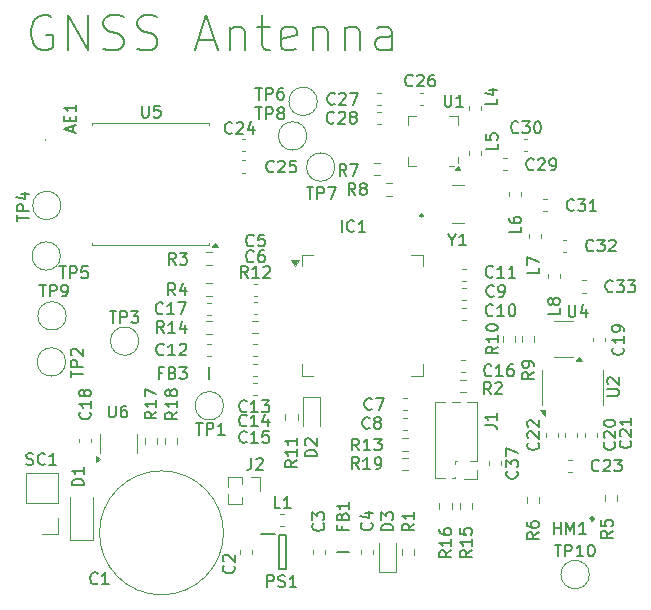
<source format=gbr>
%TF.GenerationSoftware,KiCad,Pcbnew,8.0.5*%
%TF.CreationDate,2025-03-03T10:26:28+01:00*%
%TF.ProjectId,picoballoon,7069636f-6261-46c6-9c6f-6f6e2e6b6963,rev?*%
%TF.SameCoordinates,Original*%
%TF.FileFunction,Legend,Top*%
%TF.FilePolarity,Positive*%
%FSLAX46Y46*%
G04 Gerber Fmt 4.6, Leading zero omitted, Abs format (unit mm)*
G04 Created by KiCad (PCBNEW 8.0.5) date 2025-03-03 10:26:28*
%MOMM*%
%LPD*%
G01*
G04 APERTURE LIST*
%ADD10C,0.150000*%
%ADD11C,0.120000*%
%ADD12C,0.200000*%
%ADD13C,0.100000*%
%ADD14C,0.250000*%
G04 APERTURE END LIST*
D10*
X110664398Y-79317914D02*
X110378684Y-79175057D01*
X110378684Y-79175057D02*
X109950112Y-79175057D01*
X109950112Y-79175057D02*
X109521541Y-79317914D01*
X109521541Y-79317914D02*
X109235826Y-79603628D01*
X109235826Y-79603628D02*
X109092969Y-79889342D01*
X109092969Y-79889342D02*
X108950112Y-80460771D01*
X108950112Y-80460771D02*
X108950112Y-80889342D01*
X108950112Y-80889342D02*
X109092969Y-81460771D01*
X109092969Y-81460771D02*
X109235826Y-81746485D01*
X109235826Y-81746485D02*
X109521541Y-82032200D01*
X109521541Y-82032200D02*
X109950112Y-82175057D01*
X109950112Y-82175057D02*
X110235826Y-82175057D01*
X110235826Y-82175057D02*
X110664398Y-82032200D01*
X110664398Y-82032200D02*
X110807255Y-81889342D01*
X110807255Y-81889342D02*
X110807255Y-80889342D01*
X110807255Y-80889342D02*
X110235826Y-80889342D01*
X112092969Y-82175057D02*
X112092969Y-79175057D01*
X112092969Y-79175057D02*
X113807255Y-82175057D01*
X113807255Y-82175057D02*
X113807255Y-79175057D01*
X115092969Y-82032200D02*
X115521541Y-82175057D01*
X115521541Y-82175057D02*
X116235826Y-82175057D01*
X116235826Y-82175057D02*
X116521541Y-82032200D01*
X116521541Y-82032200D02*
X116664398Y-81889342D01*
X116664398Y-81889342D02*
X116807255Y-81603628D01*
X116807255Y-81603628D02*
X116807255Y-81317914D01*
X116807255Y-81317914D02*
X116664398Y-81032200D01*
X116664398Y-81032200D02*
X116521541Y-80889342D01*
X116521541Y-80889342D02*
X116235826Y-80746485D01*
X116235826Y-80746485D02*
X115664398Y-80603628D01*
X115664398Y-80603628D02*
X115378683Y-80460771D01*
X115378683Y-80460771D02*
X115235826Y-80317914D01*
X115235826Y-80317914D02*
X115092969Y-80032200D01*
X115092969Y-80032200D02*
X115092969Y-79746485D01*
X115092969Y-79746485D02*
X115235826Y-79460771D01*
X115235826Y-79460771D02*
X115378683Y-79317914D01*
X115378683Y-79317914D02*
X115664398Y-79175057D01*
X115664398Y-79175057D02*
X116378683Y-79175057D01*
X116378683Y-79175057D02*
X116807255Y-79317914D01*
X117950112Y-82032200D02*
X118378684Y-82175057D01*
X118378684Y-82175057D02*
X119092969Y-82175057D01*
X119092969Y-82175057D02*
X119378684Y-82032200D01*
X119378684Y-82032200D02*
X119521541Y-81889342D01*
X119521541Y-81889342D02*
X119664398Y-81603628D01*
X119664398Y-81603628D02*
X119664398Y-81317914D01*
X119664398Y-81317914D02*
X119521541Y-81032200D01*
X119521541Y-81032200D02*
X119378684Y-80889342D01*
X119378684Y-80889342D02*
X119092969Y-80746485D01*
X119092969Y-80746485D02*
X118521541Y-80603628D01*
X118521541Y-80603628D02*
X118235826Y-80460771D01*
X118235826Y-80460771D02*
X118092969Y-80317914D01*
X118092969Y-80317914D02*
X117950112Y-80032200D01*
X117950112Y-80032200D02*
X117950112Y-79746485D01*
X117950112Y-79746485D02*
X118092969Y-79460771D01*
X118092969Y-79460771D02*
X118235826Y-79317914D01*
X118235826Y-79317914D02*
X118521541Y-79175057D01*
X118521541Y-79175057D02*
X119235826Y-79175057D01*
X119235826Y-79175057D02*
X119664398Y-79317914D01*
X123092969Y-81317914D02*
X124521541Y-81317914D01*
X122807255Y-82175057D02*
X123807255Y-79175057D01*
X123807255Y-79175057D02*
X124807255Y-82175057D01*
X125807255Y-80175057D02*
X125807255Y-82175057D01*
X125807255Y-80460771D02*
X125950112Y-80317914D01*
X125950112Y-80317914D02*
X126235827Y-80175057D01*
X126235827Y-80175057D02*
X126664398Y-80175057D01*
X126664398Y-80175057D02*
X126950112Y-80317914D01*
X126950112Y-80317914D02*
X127092970Y-80603628D01*
X127092970Y-80603628D02*
X127092970Y-82175057D01*
X128092970Y-80175057D02*
X129235827Y-80175057D01*
X128521541Y-79175057D02*
X128521541Y-81746485D01*
X128521541Y-81746485D02*
X128664398Y-82032200D01*
X128664398Y-82032200D02*
X128950113Y-82175057D01*
X128950113Y-82175057D02*
X129235827Y-82175057D01*
X131378684Y-82032200D02*
X131092970Y-82175057D01*
X131092970Y-82175057D02*
X130521542Y-82175057D01*
X130521542Y-82175057D02*
X130235827Y-82032200D01*
X130235827Y-82032200D02*
X130092970Y-81746485D01*
X130092970Y-81746485D02*
X130092970Y-80603628D01*
X130092970Y-80603628D02*
X130235827Y-80317914D01*
X130235827Y-80317914D02*
X130521542Y-80175057D01*
X130521542Y-80175057D02*
X131092970Y-80175057D01*
X131092970Y-80175057D02*
X131378684Y-80317914D01*
X131378684Y-80317914D02*
X131521542Y-80603628D01*
X131521542Y-80603628D02*
X131521542Y-80889342D01*
X131521542Y-80889342D02*
X130092970Y-81175057D01*
X132807256Y-80175057D02*
X132807256Y-82175057D01*
X132807256Y-80460771D02*
X132950113Y-80317914D01*
X132950113Y-80317914D02*
X133235828Y-80175057D01*
X133235828Y-80175057D02*
X133664399Y-80175057D01*
X133664399Y-80175057D02*
X133950113Y-80317914D01*
X133950113Y-80317914D02*
X134092971Y-80603628D01*
X134092971Y-80603628D02*
X134092971Y-82175057D01*
X135521542Y-80175057D02*
X135521542Y-82175057D01*
X135521542Y-80460771D02*
X135664399Y-80317914D01*
X135664399Y-80317914D02*
X135950114Y-80175057D01*
X135950114Y-80175057D02*
X136378685Y-80175057D01*
X136378685Y-80175057D02*
X136664399Y-80317914D01*
X136664399Y-80317914D02*
X136807257Y-80603628D01*
X136807257Y-80603628D02*
X136807257Y-82175057D01*
X139521543Y-82175057D02*
X139521543Y-80603628D01*
X139521543Y-80603628D02*
X139378685Y-80317914D01*
X139378685Y-80317914D02*
X139092971Y-80175057D01*
X139092971Y-80175057D02*
X138521543Y-80175057D01*
X138521543Y-80175057D02*
X138235828Y-80317914D01*
X139521543Y-82032200D02*
X139235828Y-82175057D01*
X139235828Y-82175057D02*
X138521543Y-82175057D01*
X138521543Y-82175057D02*
X138235828Y-82032200D01*
X138235828Y-82032200D02*
X138092971Y-81746485D01*
X138092971Y-81746485D02*
X138092971Y-81460771D01*
X138092971Y-81460771D02*
X138235828Y-81175057D01*
X138235828Y-81175057D02*
X138521543Y-81032200D01*
X138521543Y-81032200D02*
X139235828Y-81032200D01*
X139235828Y-81032200D02*
X139521543Y-80889342D01*
X151944819Y-122996666D02*
X151468628Y-123329999D01*
X151944819Y-123568094D02*
X150944819Y-123568094D01*
X150944819Y-123568094D02*
X150944819Y-123187142D01*
X150944819Y-123187142D02*
X150992438Y-123091904D01*
X150992438Y-123091904D02*
X151040057Y-123044285D01*
X151040057Y-123044285D02*
X151135295Y-122996666D01*
X151135295Y-122996666D02*
X151278152Y-122996666D01*
X151278152Y-122996666D02*
X151373390Y-123044285D01*
X151373390Y-123044285D02*
X151421009Y-123091904D01*
X151421009Y-123091904D02*
X151468628Y-123187142D01*
X151468628Y-123187142D02*
X151468628Y-123568094D01*
X150944819Y-122139523D02*
X150944819Y-122329999D01*
X150944819Y-122329999D02*
X150992438Y-122425237D01*
X150992438Y-122425237D02*
X151040057Y-122472856D01*
X151040057Y-122472856D02*
X151182914Y-122568094D01*
X151182914Y-122568094D02*
X151373390Y-122615713D01*
X151373390Y-122615713D02*
X151754342Y-122615713D01*
X151754342Y-122615713D02*
X151849580Y-122568094D01*
X151849580Y-122568094D02*
X151897200Y-122520475D01*
X151897200Y-122520475D02*
X151944819Y-122425237D01*
X151944819Y-122425237D02*
X151944819Y-122234761D01*
X151944819Y-122234761D02*
X151897200Y-122139523D01*
X151897200Y-122139523D02*
X151849580Y-122091904D01*
X151849580Y-122091904D02*
X151754342Y-122044285D01*
X151754342Y-122044285D02*
X151516247Y-122044285D01*
X151516247Y-122044285D02*
X151421009Y-122091904D01*
X151421009Y-122091904D02*
X151373390Y-122139523D01*
X151373390Y-122139523D02*
X151325771Y-122234761D01*
X151325771Y-122234761D02*
X151325771Y-122425237D01*
X151325771Y-122425237D02*
X151373390Y-122520475D01*
X151373390Y-122520475D02*
X151421009Y-122568094D01*
X151421009Y-122568094D02*
X151516247Y-122615713D01*
X108568095Y-117217200D02*
X108710952Y-117264819D01*
X108710952Y-117264819D02*
X108949047Y-117264819D01*
X108949047Y-117264819D02*
X109044285Y-117217200D01*
X109044285Y-117217200D02*
X109091904Y-117169580D01*
X109091904Y-117169580D02*
X109139523Y-117074342D01*
X109139523Y-117074342D02*
X109139523Y-116979104D01*
X109139523Y-116979104D02*
X109091904Y-116883866D01*
X109091904Y-116883866D02*
X109044285Y-116836247D01*
X109044285Y-116836247D02*
X108949047Y-116788628D01*
X108949047Y-116788628D02*
X108758571Y-116741009D01*
X108758571Y-116741009D02*
X108663333Y-116693390D01*
X108663333Y-116693390D02*
X108615714Y-116645771D01*
X108615714Y-116645771D02*
X108568095Y-116550533D01*
X108568095Y-116550533D02*
X108568095Y-116455295D01*
X108568095Y-116455295D02*
X108615714Y-116360057D01*
X108615714Y-116360057D02*
X108663333Y-116312438D01*
X108663333Y-116312438D02*
X108758571Y-116264819D01*
X108758571Y-116264819D02*
X108996666Y-116264819D01*
X108996666Y-116264819D02*
X109139523Y-116312438D01*
X110139523Y-117169580D02*
X110091904Y-117217200D01*
X110091904Y-117217200D02*
X109949047Y-117264819D01*
X109949047Y-117264819D02*
X109853809Y-117264819D01*
X109853809Y-117264819D02*
X109710952Y-117217200D01*
X109710952Y-117217200D02*
X109615714Y-117121961D01*
X109615714Y-117121961D02*
X109568095Y-117026723D01*
X109568095Y-117026723D02*
X109520476Y-116836247D01*
X109520476Y-116836247D02*
X109520476Y-116693390D01*
X109520476Y-116693390D02*
X109568095Y-116502914D01*
X109568095Y-116502914D02*
X109615714Y-116407676D01*
X109615714Y-116407676D02*
X109710952Y-116312438D01*
X109710952Y-116312438D02*
X109853809Y-116264819D01*
X109853809Y-116264819D02*
X109949047Y-116264819D01*
X109949047Y-116264819D02*
X110091904Y-116312438D01*
X110091904Y-116312438D02*
X110139523Y-116360057D01*
X111091904Y-117264819D02*
X110520476Y-117264819D01*
X110806190Y-117264819D02*
X110806190Y-116264819D01*
X110806190Y-116264819D02*
X110710952Y-116407676D01*
X110710952Y-116407676D02*
X110615714Y-116502914D01*
X110615714Y-116502914D02*
X110520476Y-116550533D01*
X144613809Y-98218628D02*
X144613809Y-98694819D01*
X144280476Y-97694819D02*
X144613809Y-98218628D01*
X144613809Y-98218628D02*
X144947142Y-97694819D01*
X145804285Y-98694819D02*
X145232857Y-98694819D01*
X145518571Y-98694819D02*
X145518571Y-97694819D01*
X145518571Y-97694819D02*
X145423333Y-97837676D01*
X145423333Y-97837676D02*
X145328095Y-97932914D01*
X145328095Y-97932914D02*
X145232857Y-97980533D01*
X151527142Y-92229580D02*
X151479523Y-92277200D01*
X151479523Y-92277200D02*
X151336666Y-92324819D01*
X151336666Y-92324819D02*
X151241428Y-92324819D01*
X151241428Y-92324819D02*
X151098571Y-92277200D01*
X151098571Y-92277200D02*
X151003333Y-92181961D01*
X151003333Y-92181961D02*
X150955714Y-92086723D01*
X150955714Y-92086723D02*
X150908095Y-91896247D01*
X150908095Y-91896247D02*
X150908095Y-91753390D01*
X150908095Y-91753390D02*
X150955714Y-91562914D01*
X150955714Y-91562914D02*
X151003333Y-91467676D01*
X151003333Y-91467676D02*
X151098571Y-91372438D01*
X151098571Y-91372438D02*
X151241428Y-91324819D01*
X151241428Y-91324819D02*
X151336666Y-91324819D01*
X151336666Y-91324819D02*
X151479523Y-91372438D01*
X151479523Y-91372438D02*
X151527142Y-91420057D01*
X151908095Y-91420057D02*
X151955714Y-91372438D01*
X151955714Y-91372438D02*
X152050952Y-91324819D01*
X152050952Y-91324819D02*
X152289047Y-91324819D01*
X152289047Y-91324819D02*
X152384285Y-91372438D01*
X152384285Y-91372438D02*
X152431904Y-91420057D01*
X152431904Y-91420057D02*
X152479523Y-91515295D01*
X152479523Y-91515295D02*
X152479523Y-91610533D01*
X152479523Y-91610533D02*
X152431904Y-91753390D01*
X152431904Y-91753390D02*
X151860476Y-92324819D01*
X151860476Y-92324819D02*
X152479523Y-92324819D01*
X152955714Y-92324819D02*
X153146190Y-92324819D01*
X153146190Y-92324819D02*
X153241428Y-92277200D01*
X153241428Y-92277200D02*
X153289047Y-92229580D01*
X153289047Y-92229580D02*
X153384285Y-92086723D01*
X153384285Y-92086723D02*
X153431904Y-91896247D01*
X153431904Y-91896247D02*
X153431904Y-91515295D01*
X153431904Y-91515295D02*
X153384285Y-91420057D01*
X153384285Y-91420057D02*
X153336666Y-91372438D01*
X153336666Y-91372438D02*
X153241428Y-91324819D01*
X153241428Y-91324819D02*
X153050952Y-91324819D01*
X153050952Y-91324819D02*
X152955714Y-91372438D01*
X152955714Y-91372438D02*
X152908095Y-91420057D01*
X152908095Y-91420057D02*
X152860476Y-91515295D01*
X152860476Y-91515295D02*
X152860476Y-91753390D01*
X152860476Y-91753390D02*
X152908095Y-91848628D01*
X152908095Y-91848628D02*
X152955714Y-91896247D01*
X152955714Y-91896247D02*
X153050952Y-91943866D01*
X153050952Y-91943866D02*
X153241428Y-91943866D01*
X153241428Y-91943866D02*
X153336666Y-91896247D01*
X153336666Y-91896247D02*
X153384285Y-91848628D01*
X153384285Y-91848628D02*
X153431904Y-91753390D01*
X146274819Y-124512857D02*
X145798628Y-124846190D01*
X146274819Y-125084285D02*
X145274819Y-125084285D01*
X145274819Y-125084285D02*
X145274819Y-124703333D01*
X145274819Y-124703333D02*
X145322438Y-124608095D01*
X145322438Y-124608095D02*
X145370057Y-124560476D01*
X145370057Y-124560476D02*
X145465295Y-124512857D01*
X145465295Y-124512857D02*
X145608152Y-124512857D01*
X145608152Y-124512857D02*
X145703390Y-124560476D01*
X145703390Y-124560476D02*
X145751009Y-124608095D01*
X145751009Y-124608095D02*
X145798628Y-124703333D01*
X145798628Y-124703333D02*
X145798628Y-125084285D01*
X146274819Y-123560476D02*
X146274819Y-124131904D01*
X146274819Y-123846190D02*
X145274819Y-123846190D01*
X145274819Y-123846190D02*
X145417676Y-123941428D01*
X145417676Y-123941428D02*
X145512914Y-124036666D01*
X145512914Y-124036666D02*
X145560533Y-124131904D01*
X145274819Y-122655714D02*
X145274819Y-123131904D01*
X145274819Y-123131904D02*
X145751009Y-123179523D01*
X145751009Y-123179523D02*
X145703390Y-123131904D01*
X145703390Y-123131904D02*
X145655771Y-123036666D01*
X145655771Y-123036666D02*
X145655771Y-122798571D01*
X145655771Y-122798571D02*
X145703390Y-122703333D01*
X145703390Y-122703333D02*
X145751009Y-122655714D01*
X145751009Y-122655714D02*
X145846247Y-122608095D01*
X145846247Y-122608095D02*
X146084342Y-122608095D01*
X146084342Y-122608095D02*
X146179580Y-122655714D01*
X146179580Y-122655714D02*
X146227200Y-122703333D01*
X146227200Y-122703333D02*
X146274819Y-122798571D01*
X146274819Y-122798571D02*
X146274819Y-123036666D01*
X146274819Y-123036666D02*
X146227200Y-123131904D01*
X146227200Y-123131904D02*
X146179580Y-123179523D01*
X150099580Y-117812857D02*
X150147200Y-117860476D01*
X150147200Y-117860476D02*
X150194819Y-118003333D01*
X150194819Y-118003333D02*
X150194819Y-118098571D01*
X150194819Y-118098571D02*
X150147200Y-118241428D01*
X150147200Y-118241428D02*
X150051961Y-118336666D01*
X150051961Y-118336666D02*
X149956723Y-118384285D01*
X149956723Y-118384285D02*
X149766247Y-118431904D01*
X149766247Y-118431904D02*
X149623390Y-118431904D01*
X149623390Y-118431904D02*
X149432914Y-118384285D01*
X149432914Y-118384285D02*
X149337676Y-118336666D01*
X149337676Y-118336666D02*
X149242438Y-118241428D01*
X149242438Y-118241428D02*
X149194819Y-118098571D01*
X149194819Y-118098571D02*
X149194819Y-118003333D01*
X149194819Y-118003333D02*
X149242438Y-117860476D01*
X149242438Y-117860476D02*
X149290057Y-117812857D01*
X149194819Y-117479523D02*
X149194819Y-116860476D01*
X149194819Y-116860476D02*
X149575771Y-117193809D01*
X149575771Y-117193809D02*
X149575771Y-117050952D01*
X149575771Y-117050952D02*
X149623390Y-116955714D01*
X149623390Y-116955714D02*
X149671009Y-116908095D01*
X149671009Y-116908095D02*
X149766247Y-116860476D01*
X149766247Y-116860476D02*
X150004342Y-116860476D01*
X150004342Y-116860476D02*
X150099580Y-116908095D01*
X150099580Y-116908095D02*
X150147200Y-116955714D01*
X150147200Y-116955714D02*
X150194819Y-117050952D01*
X150194819Y-117050952D02*
X150194819Y-117336666D01*
X150194819Y-117336666D02*
X150147200Y-117431904D01*
X150147200Y-117431904D02*
X150099580Y-117479523D01*
X149194819Y-116527142D02*
X149194819Y-115860476D01*
X149194819Y-115860476D02*
X150194819Y-116289047D01*
X150217142Y-89089580D02*
X150169523Y-89137200D01*
X150169523Y-89137200D02*
X150026666Y-89184819D01*
X150026666Y-89184819D02*
X149931428Y-89184819D01*
X149931428Y-89184819D02*
X149788571Y-89137200D01*
X149788571Y-89137200D02*
X149693333Y-89041961D01*
X149693333Y-89041961D02*
X149645714Y-88946723D01*
X149645714Y-88946723D02*
X149598095Y-88756247D01*
X149598095Y-88756247D02*
X149598095Y-88613390D01*
X149598095Y-88613390D02*
X149645714Y-88422914D01*
X149645714Y-88422914D02*
X149693333Y-88327676D01*
X149693333Y-88327676D02*
X149788571Y-88232438D01*
X149788571Y-88232438D02*
X149931428Y-88184819D01*
X149931428Y-88184819D02*
X150026666Y-88184819D01*
X150026666Y-88184819D02*
X150169523Y-88232438D01*
X150169523Y-88232438D02*
X150217142Y-88280057D01*
X150550476Y-88184819D02*
X151169523Y-88184819D01*
X151169523Y-88184819D02*
X150836190Y-88565771D01*
X150836190Y-88565771D02*
X150979047Y-88565771D01*
X150979047Y-88565771D02*
X151074285Y-88613390D01*
X151074285Y-88613390D02*
X151121904Y-88661009D01*
X151121904Y-88661009D02*
X151169523Y-88756247D01*
X151169523Y-88756247D02*
X151169523Y-88994342D01*
X151169523Y-88994342D02*
X151121904Y-89089580D01*
X151121904Y-89089580D02*
X151074285Y-89137200D01*
X151074285Y-89137200D02*
X150979047Y-89184819D01*
X150979047Y-89184819D02*
X150693333Y-89184819D01*
X150693333Y-89184819D02*
X150598095Y-89137200D01*
X150598095Y-89137200D02*
X150550476Y-89089580D01*
X151788571Y-88184819D02*
X151883809Y-88184819D01*
X151883809Y-88184819D02*
X151979047Y-88232438D01*
X151979047Y-88232438D02*
X152026666Y-88280057D01*
X152026666Y-88280057D02*
X152074285Y-88375295D01*
X152074285Y-88375295D02*
X152121904Y-88565771D01*
X152121904Y-88565771D02*
X152121904Y-88803866D01*
X152121904Y-88803866D02*
X152074285Y-88994342D01*
X152074285Y-88994342D02*
X152026666Y-89089580D01*
X152026666Y-89089580D02*
X151979047Y-89137200D01*
X151979047Y-89137200D02*
X151883809Y-89184819D01*
X151883809Y-89184819D02*
X151788571Y-89184819D01*
X151788571Y-89184819D02*
X151693333Y-89137200D01*
X151693333Y-89137200D02*
X151645714Y-89089580D01*
X151645714Y-89089580D02*
X151598095Y-88994342D01*
X151598095Y-88994342D02*
X151550476Y-88803866D01*
X151550476Y-88803866D02*
X151550476Y-88565771D01*
X151550476Y-88565771D02*
X151598095Y-88375295D01*
X151598095Y-88375295D02*
X151645714Y-88280057D01*
X151645714Y-88280057D02*
X151693333Y-88232438D01*
X151693333Y-88232438D02*
X151788571Y-88184819D01*
X154488095Y-103734819D02*
X154488095Y-104544342D01*
X154488095Y-104544342D02*
X154535714Y-104639580D01*
X154535714Y-104639580D02*
X154583333Y-104687200D01*
X154583333Y-104687200D02*
X154678571Y-104734819D01*
X154678571Y-104734819D02*
X154869047Y-104734819D01*
X154869047Y-104734819D02*
X154964285Y-104687200D01*
X154964285Y-104687200D02*
X155011904Y-104639580D01*
X155011904Y-104639580D02*
X155059523Y-104544342D01*
X155059523Y-104544342D02*
X155059523Y-103734819D01*
X155964285Y-104068152D02*
X155964285Y-104734819D01*
X155726190Y-103687200D02*
X155488095Y-104401485D01*
X155488095Y-104401485D02*
X156107142Y-104401485D01*
X137813333Y-112519580D02*
X137765714Y-112567200D01*
X137765714Y-112567200D02*
X137622857Y-112614819D01*
X137622857Y-112614819D02*
X137527619Y-112614819D01*
X137527619Y-112614819D02*
X137384762Y-112567200D01*
X137384762Y-112567200D02*
X137289524Y-112471961D01*
X137289524Y-112471961D02*
X137241905Y-112376723D01*
X137241905Y-112376723D02*
X137194286Y-112186247D01*
X137194286Y-112186247D02*
X137194286Y-112043390D01*
X137194286Y-112043390D02*
X137241905Y-111852914D01*
X137241905Y-111852914D02*
X137289524Y-111757676D01*
X137289524Y-111757676D02*
X137384762Y-111662438D01*
X137384762Y-111662438D02*
X137527619Y-111614819D01*
X137527619Y-111614819D02*
X137622857Y-111614819D01*
X137622857Y-111614819D02*
X137765714Y-111662438D01*
X137765714Y-111662438D02*
X137813333Y-111710057D01*
X138146667Y-111614819D02*
X138813333Y-111614819D01*
X138813333Y-111614819D02*
X138384762Y-112614819D01*
X128955714Y-127612319D02*
X128955714Y-126612319D01*
X128955714Y-126612319D02*
X129336666Y-126612319D01*
X129336666Y-126612319D02*
X129431904Y-126659938D01*
X129431904Y-126659938D02*
X129479523Y-126707557D01*
X129479523Y-126707557D02*
X129527142Y-126802795D01*
X129527142Y-126802795D02*
X129527142Y-126945652D01*
X129527142Y-126945652D02*
X129479523Y-127040890D01*
X129479523Y-127040890D02*
X129431904Y-127088509D01*
X129431904Y-127088509D02*
X129336666Y-127136128D01*
X129336666Y-127136128D02*
X128955714Y-127136128D01*
X129908095Y-127564700D02*
X130050952Y-127612319D01*
X130050952Y-127612319D02*
X130289047Y-127612319D01*
X130289047Y-127612319D02*
X130384285Y-127564700D01*
X130384285Y-127564700D02*
X130431904Y-127517080D01*
X130431904Y-127517080D02*
X130479523Y-127421842D01*
X130479523Y-127421842D02*
X130479523Y-127326604D01*
X130479523Y-127326604D02*
X130431904Y-127231366D01*
X130431904Y-127231366D02*
X130384285Y-127183747D01*
X130384285Y-127183747D02*
X130289047Y-127136128D01*
X130289047Y-127136128D02*
X130098571Y-127088509D01*
X130098571Y-127088509D02*
X130003333Y-127040890D01*
X130003333Y-127040890D02*
X129955714Y-126993271D01*
X129955714Y-126993271D02*
X129908095Y-126898033D01*
X129908095Y-126898033D02*
X129908095Y-126802795D01*
X129908095Y-126802795D02*
X129955714Y-126707557D01*
X129955714Y-126707557D02*
X130003333Y-126659938D01*
X130003333Y-126659938D02*
X130098571Y-126612319D01*
X130098571Y-126612319D02*
X130336666Y-126612319D01*
X130336666Y-126612319D02*
X130479523Y-126659938D01*
X131431904Y-127612319D02*
X130860476Y-127612319D01*
X131146190Y-127612319D02*
X131146190Y-126612319D01*
X131146190Y-126612319D02*
X131050952Y-126755176D01*
X131050952Y-126755176D02*
X130955714Y-126850414D01*
X130955714Y-126850414D02*
X130860476Y-126898033D01*
X159699580Y-115222857D02*
X159747200Y-115270476D01*
X159747200Y-115270476D02*
X159794819Y-115413333D01*
X159794819Y-115413333D02*
X159794819Y-115508571D01*
X159794819Y-115508571D02*
X159747200Y-115651428D01*
X159747200Y-115651428D02*
X159651961Y-115746666D01*
X159651961Y-115746666D02*
X159556723Y-115794285D01*
X159556723Y-115794285D02*
X159366247Y-115841904D01*
X159366247Y-115841904D02*
X159223390Y-115841904D01*
X159223390Y-115841904D02*
X159032914Y-115794285D01*
X159032914Y-115794285D02*
X158937676Y-115746666D01*
X158937676Y-115746666D02*
X158842438Y-115651428D01*
X158842438Y-115651428D02*
X158794819Y-115508571D01*
X158794819Y-115508571D02*
X158794819Y-115413333D01*
X158794819Y-115413333D02*
X158842438Y-115270476D01*
X158842438Y-115270476D02*
X158890057Y-115222857D01*
X158890057Y-114841904D02*
X158842438Y-114794285D01*
X158842438Y-114794285D02*
X158794819Y-114699047D01*
X158794819Y-114699047D02*
X158794819Y-114460952D01*
X158794819Y-114460952D02*
X158842438Y-114365714D01*
X158842438Y-114365714D02*
X158890057Y-114318095D01*
X158890057Y-114318095D02*
X158985295Y-114270476D01*
X158985295Y-114270476D02*
X159080533Y-114270476D01*
X159080533Y-114270476D02*
X159223390Y-114318095D01*
X159223390Y-114318095D02*
X159794819Y-114889523D01*
X159794819Y-114889523D02*
X159794819Y-114270476D01*
X159794819Y-113318095D02*
X159794819Y-113889523D01*
X159794819Y-113603809D02*
X158794819Y-113603809D01*
X158794819Y-113603809D02*
X158937676Y-113699047D01*
X158937676Y-113699047D02*
X159032914Y-113794285D01*
X159032914Y-113794285D02*
X159080533Y-113889523D01*
X159079580Y-107352857D02*
X159127200Y-107400476D01*
X159127200Y-107400476D02*
X159174819Y-107543333D01*
X159174819Y-107543333D02*
X159174819Y-107638571D01*
X159174819Y-107638571D02*
X159127200Y-107781428D01*
X159127200Y-107781428D02*
X159031961Y-107876666D01*
X159031961Y-107876666D02*
X158936723Y-107924285D01*
X158936723Y-107924285D02*
X158746247Y-107971904D01*
X158746247Y-107971904D02*
X158603390Y-107971904D01*
X158603390Y-107971904D02*
X158412914Y-107924285D01*
X158412914Y-107924285D02*
X158317676Y-107876666D01*
X158317676Y-107876666D02*
X158222438Y-107781428D01*
X158222438Y-107781428D02*
X158174819Y-107638571D01*
X158174819Y-107638571D02*
X158174819Y-107543333D01*
X158174819Y-107543333D02*
X158222438Y-107400476D01*
X158222438Y-107400476D02*
X158270057Y-107352857D01*
X159174819Y-106400476D02*
X159174819Y-106971904D01*
X159174819Y-106686190D02*
X158174819Y-106686190D01*
X158174819Y-106686190D02*
X158317676Y-106781428D01*
X158317676Y-106781428D02*
X158412914Y-106876666D01*
X158412914Y-106876666D02*
X158460533Y-106971904D01*
X159174819Y-105924285D02*
X159174819Y-105733809D01*
X159174819Y-105733809D02*
X159127200Y-105638571D01*
X159127200Y-105638571D02*
X159079580Y-105590952D01*
X159079580Y-105590952D02*
X158936723Y-105495714D01*
X158936723Y-105495714D02*
X158746247Y-105448095D01*
X158746247Y-105448095D02*
X158365295Y-105448095D01*
X158365295Y-105448095D02*
X158270057Y-105495714D01*
X158270057Y-105495714D02*
X158222438Y-105543333D01*
X158222438Y-105543333D02*
X158174819Y-105638571D01*
X158174819Y-105638571D02*
X158174819Y-105829047D01*
X158174819Y-105829047D02*
X158222438Y-105924285D01*
X158222438Y-105924285D02*
X158270057Y-105971904D01*
X158270057Y-105971904D02*
X158365295Y-106019523D01*
X158365295Y-106019523D02*
X158603390Y-106019523D01*
X158603390Y-106019523D02*
X158698628Y-105971904D01*
X158698628Y-105971904D02*
X158746247Y-105924285D01*
X158746247Y-105924285D02*
X158793866Y-105829047D01*
X158793866Y-105829047D02*
X158793866Y-105638571D01*
X158793866Y-105638571D02*
X158746247Y-105543333D01*
X158746247Y-105543333D02*
X158698628Y-105495714D01*
X158698628Y-105495714D02*
X158603390Y-105448095D01*
X120217142Y-106114819D02*
X119883809Y-105638628D01*
X119645714Y-106114819D02*
X119645714Y-105114819D01*
X119645714Y-105114819D02*
X120026666Y-105114819D01*
X120026666Y-105114819D02*
X120121904Y-105162438D01*
X120121904Y-105162438D02*
X120169523Y-105210057D01*
X120169523Y-105210057D02*
X120217142Y-105305295D01*
X120217142Y-105305295D02*
X120217142Y-105448152D01*
X120217142Y-105448152D02*
X120169523Y-105543390D01*
X120169523Y-105543390D02*
X120121904Y-105591009D01*
X120121904Y-105591009D02*
X120026666Y-105638628D01*
X120026666Y-105638628D02*
X119645714Y-105638628D01*
X121169523Y-106114819D02*
X120598095Y-106114819D01*
X120883809Y-106114819D02*
X120883809Y-105114819D01*
X120883809Y-105114819D02*
X120788571Y-105257676D01*
X120788571Y-105257676D02*
X120693333Y-105352914D01*
X120693333Y-105352914D02*
X120598095Y-105400533D01*
X122026666Y-105448152D02*
X122026666Y-106114819D01*
X121788571Y-105067200D02*
X121550476Y-105781485D01*
X121550476Y-105781485D02*
X122169523Y-105781485D01*
X122918095Y-113714819D02*
X123489523Y-113714819D01*
X123203809Y-114714819D02*
X123203809Y-113714819D01*
X123822857Y-114714819D02*
X123822857Y-113714819D01*
X123822857Y-113714819D02*
X124203809Y-113714819D01*
X124203809Y-113714819D02*
X124299047Y-113762438D01*
X124299047Y-113762438D02*
X124346666Y-113810057D01*
X124346666Y-113810057D02*
X124394285Y-113905295D01*
X124394285Y-113905295D02*
X124394285Y-114048152D01*
X124394285Y-114048152D02*
X124346666Y-114143390D01*
X124346666Y-114143390D02*
X124299047Y-114191009D01*
X124299047Y-114191009D02*
X124203809Y-114238628D01*
X124203809Y-114238628D02*
X123822857Y-114238628D01*
X125346666Y-114714819D02*
X124775238Y-114714819D01*
X125060952Y-114714819D02*
X125060952Y-113714819D01*
X125060952Y-113714819D02*
X124965714Y-113857676D01*
X124965714Y-113857676D02*
X124870476Y-113952914D01*
X124870476Y-113952914D02*
X124775238Y-114000533D01*
X134617142Y-88279580D02*
X134569523Y-88327200D01*
X134569523Y-88327200D02*
X134426666Y-88374819D01*
X134426666Y-88374819D02*
X134331428Y-88374819D01*
X134331428Y-88374819D02*
X134188571Y-88327200D01*
X134188571Y-88327200D02*
X134093333Y-88231961D01*
X134093333Y-88231961D02*
X134045714Y-88136723D01*
X134045714Y-88136723D02*
X133998095Y-87946247D01*
X133998095Y-87946247D02*
X133998095Y-87803390D01*
X133998095Y-87803390D02*
X134045714Y-87612914D01*
X134045714Y-87612914D02*
X134093333Y-87517676D01*
X134093333Y-87517676D02*
X134188571Y-87422438D01*
X134188571Y-87422438D02*
X134331428Y-87374819D01*
X134331428Y-87374819D02*
X134426666Y-87374819D01*
X134426666Y-87374819D02*
X134569523Y-87422438D01*
X134569523Y-87422438D02*
X134617142Y-87470057D01*
X134998095Y-87470057D02*
X135045714Y-87422438D01*
X135045714Y-87422438D02*
X135140952Y-87374819D01*
X135140952Y-87374819D02*
X135379047Y-87374819D01*
X135379047Y-87374819D02*
X135474285Y-87422438D01*
X135474285Y-87422438D02*
X135521904Y-87470057D01*
X135521904Y-87470057D02*
X135569523Y-87565295D01*
X135569523Y-87565295D02*
X135569523Y-87660533D01*
X135569523Y-87660533D02*
X135521904Y-87803390D01*
X135521904Y-87803390D02*
X134950476Y-88374819D01*
X134950476Y-88374819D02*
X135569523Y-88374819D01*
X136140952Y-87803390D02*
X136045714Y-87755771D01*
X136045714Y-87755771D02*
X135998095Y-87708152D01*
X135998095Y-87708152D02*
X135950476Y-87612914D01*
X135950476Y-87612914D02*
X135950476Y-87565295D01*
X135950476Y-87565295D02*
X135998095Y-87470057D01*
X135998095Y-87470057D02*
X136045714Y-87422438D01*
X136045714Y-87422438D02*
X136140952Y-87374819D01*
X136140952Y-87374819D02*
X136331428Y-87374819D01*
X136331428Y-87374819D02*
X136426666Y-87422438D01*
X136426666Y-87422438D02*
X136474285Y-87470057D01*
X136474285Y-87470057D02*
X136521904Y-87565295D01*
X136521904Y-87565295D02*
X136521904Y-87612914D01*
X136521904Y-87612914D02*
X136474285Y-87708152D01*
X136474285Y-87708152D02*
X136426666Y-87755771D01*
X136426666Y-87755771D02*
X136331428Y-87803390D01*
X136331428Y-87803390D02*
X136140952Y-87803390D01*
X136140952Y-87803390D02*
X136045714Y-87851009D01*
X136045714Y-87851009D02*
X135998095Y-87898628D01*
X135998095Y-87898628D02*
X135950476Y-87993866D01*
X135950476Y-87993866D02*
X135950476Y-88184342D01*
X135950476Y-88184342D02*
X135998095Y-88279580D01*
X135998095Y-88279580D02*
X136045714Y-88327200D01*
X136045714Y-88327200D02*
X136140952Y-88374819D01*
X136140952Y-88374819D02*
X136331428Y-88374819D01*
X136331428Y-88374819D02*
X136426666Y-88327200D01*
X136426666Y-88327200D02*
X136474285Y-88279580D01*
X136474285Y-88279580D02*
X136521904Y-88184342D01*
X136521904Y-88184342D02*
X136521904Y-87993866D01*
X136521904Y-87993866D02*
X136474285Y-87898628D01*
X136474285Y-87898628D02*
X136426666Y-87851009D01*
X136426666Y-87851009D02*
X136331428Y-87803390D01*
X154927142Y-95679580D02*
X154879523Y-95727200D01*
X154879523Y-95727200D02*
X154736666Y-95774819D01*
X154736666Y-95774819D02*
X154641428Y-95774819D01*
X154641428Y-95774819D02*
X154498571Y-95727200D01*
X154498571Y-95727200D02*
X154403333Y-95631961D01*
X154403333Y-95631961D02*
X154355714Y-95536723D01*
X154355714Y-95536723D02*
X154308095Y-95346247D01*
X154308095Y-95346247D02*
X154308095Y-95203390D01*
X154308095Y-95203390D02*
X154355714Y-95012914D01*
X154355714Y-95012914D02*
X154403333Y-94917676D01*
X154403333Y-94917676D02*
X154498571Y-94822438D01*
X154498571Y-94822438D02*
X154641428Y-94774819D01*
X154641428Y-94774819D02*
X154736666Y-94774819D01*
X154736666Y-94774819D02*
X154879523Y-94822438D01*
X154879523Y-94822438D02*
X154927142Y-94870057D01*
X155260476Y-94774819D02*
X155879523Y-94774819D01*
X155879523Y-94774819D02*
X155546190Y-95155771D01*
X155546190Y-95155771D02*
X155689047Y-95155771D01*
X155689047Y-95155771D02*
X155784285Y-95203390D01*
X155784285Y-95203390D02*
X155831904Y-95251009D01*
X155831904Y-95251009D02*
X155879523Y-95346247D01*
X155879523Y-95346247D02*
X155879523Y-95584342D01*
X155879523Y-95584342D02*
X155831904Y-95679580D01*
X155831904Y-95679580D02*
X155784285Y-95727200D01*
X155784285Y-95727200D02*
X155689047Y-95774819D01*
X155689047Y-95774819D02*
X155403333Y-95774819D01*
X155403333Y-95774819D02*
X155308095Y-95727200D01*
X155308095Y-95727200D02*
X155260476Y-95679580D01*
X156831904Y-95774819D02*
X156260476Y-95774819D01*
X156546190Y-95774819D02*
X156546190Y-94774819D01*
X156546190Y-94774819D02*
X156450952Y-94917676D01*
X156450952Y-94917676D02*
X156355714Y-95012914D01*
X156355714Y-95012914D02*
X156260476Y-95060533D01*
X158349580Y-115362857D02*
X158397200Y-115410476D01*
X158397200Y-115410476D02*
X158444819Y-115553333D01*
X158444819Y-115553333D02*
X158444819Y-115648571D01*
X158444819Y-115648571D02*
X158397200Y-115791428D01*
X158397200Y-115791428D02*
X158301961Y-115886666D01*
X158301961Y-115886666D02*
X158206723Y-115934285D01*
X158206723Y-115934285D02*
X158016247Y-115981904D01*
X158016247Y-115981904D02*
X157873390Y-115981904D01*
X157873390Y-115981904D02*
X157682914Y-115934285D01*
X157682914Y-115934285D02*
X157587676Y-115886666D01*
X157587676Y-115886666D02*
X157492438Y-115791428D01*
X157492438Y-115791428D02*
X157444819Y-115648571D01*
X157444819Y-115648571D02*
X157444819Y-115553333D01*
X157444819Y-115553333D02*
X157492438Y-115410476D01*
X157492438Y-115410476D02*
X157540057Y-115362857D01*
X157540057Y-114981904D02*
X157492438Y-114934285D01*
X157492438Y-114934285D02*
X157444819Y-114839047D01*
X157444819Y-114839047D02*
X157444819Y-114600952D01*
X157444819Y-114600952D02*
X157492438Y-114505714D01*
X157492438Y-114505714D02*
X157540057Y-114458095D01*
X157540057Y-114458095D02*
X157635295Y-114410476D01*
X157635295Y-114410476D02*
X157730533Y-114410476D01*
X157730533Y-114410476D02*
X157873390Y-114458095D01*
X157873390Y-114458095D02*
X158444819Y-115029523D01*
X158444819Y-115029523D02*
X158444819Y-114410476D01*
X157444819Y-113791428D02*
X157444819Y-113696190D01*
X157444819Y-113696190D02*
X157492438Y-113600952D01*
X157492438Y-113600952D02*
X157540057Y-113553333D01*
X157540057Y-113553333D02*
X157635295Y-113505714D01*
X157635295Y-113505714D02*
X157825771Y-113458095D01*
X157825771Y-113458095D02*
X158063866Y-113458095D01*
X158063866Y-113458095D02*
X158254342Y-113505714D01*
X158254342Y-113505714D02*
X158349580Y-113553333D01*
X158349580Y-113553333D02*
X158397200Y-113600952D01*
X158397200Y-113600952D02*
X158444819Y-113696190D01*
X158444819Y-113696190D02*
X158444819Y-113791428D01*
X158444819Y-113791428D02*
X158397200Y-113886666D01*
X158397200Y-113886666D02*
X158349580Y-113934285D01*
X158349580Y-113934285D02*
X158254342Y-113981904D01*
X158254342Y-113981904D02*
X158063866Y-114029523D01*
X158063866Y-114029523D02*
X157825771Y-114029523D01*
X157825771Y-114029523D02*
X157635295Y-113981904D01*
X157635295Y-113981904D02*
X157540057Y-113934285D01*
X157540057Y-113934285D02*
X157492438Y-113886666D01*
X157492438Y-113886666D02*
X157444819Y-113791428D01*
X148077142Y-101319580D02*
X148029523Y-101367200D01*
X148029523Y-101367200D02*
X147886666Y-101414819D01*
X147886666Y-101414819D02*
X147791428Y-101414819D01*
X147791428Y-101414819D02*
X147648571Y-101367200D01*
X147648571Y-101367200D02*
X147553333Y-101271961D01*
X147553333Y-101271961D02*
X147505714Y-101176723D01*
X147505714Y-101176723D02*
X147458095Y-100986247D01*
X147458095Y-100986247D02*
X147458095Y-100843390D01*
X147458095Y-100843390D02*
X147505714Y-100652914D01*
X147505714Y-100652914D02*
X147553333Y-100557676D01*
X147553333Y-100557676D02*
X147648571Y-100462438D01*
X147648571Y-100462438D02*
X147791428Y-100414819D01*
X147791428Y-100414819D02*
X147886666Y-100414819D01*
X147886666Y-100414819D02*
X148029523Y-100462438D01*
X148029523Y-100462438D02*
X148077142Y-100510057D01*
X149029523Y-101414819D02*
X148458095Y-101414819D01*
X148743809Y-101414819D02*
X148743809Y-100414819D01*
X148743809Y-100414819D02*
X148648571Y-100557676D01*
X148648571Y-100557676D02*
X148553333Y-100652914D01*
X148553333Y-100652914D02*
X148458095Y-100700533D01*
X149981904Y-101414819D02*
X149410476Y-101414819D01*
X149696190Y-101414819D02*
X149696190Y-100414819D01*
X149696190Y-100414819D02*
X149600952Y-100557676D01*
X149600952Y-100557676D02*
X149505714Y-100652914D01*
X149505714Y-100652914D02*
X149410476Y-100700533D01*
X139624819Y-122818094D02*
X138624819Y-122818094D01*
X138624819Y-122818094D02*
X138624819Y-122579999D01*
X138624819Y-122579999D02*
X138672438Y-122437142D01*
X138672438Y-122437142D02*
X138767676Y-122341904D01*
X138767676Y-122341904D02*
X138862914Y-122294285D01*
X138862914Y-122294285D02*
X139053390Y-122246666D01*
X139053390Y-122246666D02*
X139196247Y-122246666D01*
X139196247Y-122246666D02*
X139386723Y-122294285D01*
X139386723Y-122294285D02*
X139481961Y-122341904D01*
X139481961Y-122341904D02*
X139577200Y-122437142D01*
X139577200Y-122437142D02*
X139624819Y-122579999D01*
X139624819Y-122579999D02*
X139624819Y-122818094D01*
X138624819Y-121913332D02*
X138624819Y-121294285D01*
X138624819Y-121294285D02*
X139005771Y-121627618D01*
X139005771Y-121627618D02*
X139005771Y-121484761D01*
X139005771Y-121484761D02*
X139053390Y-121389523D01*
X139053390Y-121389523D02*
X139101009Y-121341904D01*
X139101009Y-121341904D02*
X139196247Y-121294285D01*
X139196247Y-121294285D02*
X139434342Y-121294285D01*
X139434342Y-121294285D02*
X139529580Y-121341904D01*
X139529580Y-121341904D02*
X139577200Y-121389523D01*
X139577200Y-121389523D02*
X139624819Y-121484761D01*
X139624819Y-121484761D02*
X139624819Y-121770475D01*
X139624819Y-121770475D02*
X139577200Y-121865713D01*
X139577200Y-121865713D02*
X139529580Y-121913332D01*
X127307142Y-101444819D02*
X126973809Y-100968628D01*
X126735714Y-101444819D02*
X126735714Y-100444819D01*
X126735714Y-100444819D02*
X127116666Y-100444819D01*
X127116666Y-100444819D02*
X127211904Y-100492438D01*
X127211904Y-100492438D02*
X127259523Y-100540057D01*
X127259523Y-100540057D02*
X127307142Y-100635295D01*
X127307142Y-100635295D02*
X127307142Y-100778152D01*
X127307142Y-100778152D02*
X127259523Y-100873390D01*
X127259523Y-100873390D02*
X127211904Y-100921009D01*
X127211904Y-100921009D02*
X127116666Y-100968628D01*
X127116666Y-100968628D02*
X126735714Y-100968628D01*
X128259523Y-101444819D02*
X127688095Y-101444819D01*
X127973809Y-101444819D02*
X127973809Y-100444819D01*
X127973809Y-100444819D02*
X127878571Y-100587676D01*
X127878571Y-100587676D02*
X127783333Y-100682914D01*
X127783333Y-100682914D02*
X127688095Y-100730533D01*
X128640476Y-100540057D02*
X128688095Y-100492438D01*
X128688095Y-100492438D02*
X128783333Y-100444819D01*
X128783333Y-100444819D02*
X129021428Y-100444819D01*
X129021428Y-100444819D02*
X129116666Y-100492438D01*
X129116666Y-100492438D02*
X129164285Y-100540057D01*
X129164285Y-100540057D02*
X129211904Y-100635295D01*
X129211904Y-100635295D02*
X129211904Y-100730533D01*
X129211904Y-100730533D02*
X129164285Y-100873390D01*
X129164285Y-100873390D02*
X128592857Y-101444819D01*
X128592857Y-101444819D02*
X129211904Y-101444819D01*
X131474819Y-116892857D02*
X130998628Y-117226190D01*
X131474819Y-117464285D02*
X130474819Y-117464285D01*
X130474819Y-117464285D02*
X130474819Y-117083333D01*
X130474819Y-117083333D02*
X130522438Y-116988095D01*
X130522438Y-116988095D02*
X130570057Y-116940476D01*
X130570057Y-116940476D02*
X130665295Y-116892857D01*
X130665295Y-116892857D02*
X130808152Y-116892857D01*
X130808152Y-116892857D02*
X130903390Y-116940476D01*
X130903390Y-116940476D02*
X130951009Y-116988095D01*
X130951009Y-116988095D02*
X130998628Y-117083333D01*
X130998628Y-117083333D02*
X130998628Y-117464285D01*
X131474819Y-115940476D02*
X131474819Y-116511904D01*
X131474819Y-116226190D02*
X130474819Y-116226190D01*
X130474819Y-116226190D02*
X130617676Y-116321428D01*
X130617676Y-116321428D02*
X130712914Y-116416666D01*
X130712914Y-116416666D02*
X130760533Y-116511904D01*
X131474819Y-114988095D02*
X131474819Y-115559523D01*
X131474819Y-115273809D02*
X130474819Y-115273809D01*
X130474819Y-115273809D02*
X130617676Y-115369047D01*
X130617676Y-115369047D02*
X130712914Y-115464285D01*
X130712914Y-115464285D02*
X130760533Y-115559523D01*
X129517142Y-92409580D02*
X129469523Y-92457200D01*
X129469523Y-92457200D02*
X129326666Y-92504819D01*
X129326666Y-92504819D02*
X129231428Y-92504819D01*
X129231428Y-92504819D02*
X129088571Y-92457200D01*
X129088571Y-92457200D02*
X128993333Y-92361961D01*
X128993333Y-92361961D02*
X128945714Y-92266723D01*
X128945714Y-92266723D02*
X128898095Y-92076247D01*
X128898095Y-92076247D02*
X128898095Y-91933390D01*
X128898095Y-91933390D02*
X128945714Y-91742914D01*
X128945714Y-91742914D02*
X128993333Y-91647676D01*
X128993333Y-91647676D02*
X129088571Y-91552438D01*
X129088571Y-91552438D02*
X129231428Y-91504819D01*
X129231428Y-91504819D02*
X129326666Y-91504819D01*
X129326666Y-91504819D02*
X129469523Y-91552438D01*
X129469523Y-91552438D02*
X129517142Y-91600057D01*
X129898095Y-91600057D02*
X129945714Y-91552438D01*
X129945714Y-91552438D02*
X130040952Y-91504819D01*
X130040952Y-91504819D02*
X130279047Y-91504819D01*
X130279047Y-91504819D02*
X130374285Y-91552438D01*
X130374285Y-91552438D02*
X130421904Y-91600057D01*
X130421904Y-91600057D02*
X130469523Y-91695295D01*
X130469523Y-91695295D02*
X130469523Y-91790533D01*
X130469523Y-91790533D02*
X130421904Y-91933390D01*
X130421904Y-91933390D02*
X129850476Y-92504819D01*
X129850476Y-92504819D02*
X130469523Y-92504819D01*
X131374285Y-91504819D02*
X130898095Y-91504819D01*
X130898095Y-91504819D02*
X130850476Y-91981009D01*
X130850476Y-91981009D02*
X130898095Y-91933390D01*
X130898095Y-91933390D02*
X130993333Y-91885771D01*
X130993333Y-91885771D02*
X131231428Y-91885771D01*
X131231428Y-91885771D02*
X131326666Y-91933390D01*
X131326666Y-91933390D02*
X131374285Y-91981009D01*
X131374285Y-91981009D02*
X131421904Y-92076247D01*
X131421904Y-92076247D02*
X131421904Y-92314342D01*
X131421904Y-92314342D02*
X131374285Y-92409580D01*
X131374285Y-92409580D02*
X131326666Y-92457200D01*
X131326666Y-92457200D02*
X131231428Y-92504819D01*
X131231428Y-92504819D02*
X130993333Y-92504819D01*
X130993333Y-92504819D02*
X130898095Y-92457200D01*
X130898095Y-92457200D02*
X130850476Y-92409580D01*
X125987142Y-89149580D02*
X125939523Y-89197200D01*
X125939523Y-89197200D02*
X125796666Y-89244819D01*
X125796666Y-89244819D02*
X125701428Y-89244819D01*
X125701428Y-89244819D02*
X125558571Y-89197200D01*
X125558571Y-89197200D02*
X125463333Y-89101961D01*
X125463333Y-89101961D02*
X125415714Y-89006723D01*
X125415714Y-89006723D02*
X125368095Y-88816247D01*
X125368095Y-88816247D02*
X125368095Y-88673390D01*
X125368095Y-88673390D02*
X125415714Y-88482914D01*
X125415714Y-88482914D02*
X125463333Y-88387676D01*
X125463333Y-88387676D02*
X125558571Y-88292438D01*
X125558571Y-88292438D02*
X125701428Y-88244819D01*
X125701428Y-88244819D02*
X125796666Y-88244819D01*
X125796666Y-88244819D02*
X125939523Y-88292438D01*
X125939523Y-88292438D02*
X125987142Y-88340057D01*
X126368095Y-88340057D02*
X126415714Y-88292438D01*
X126415714Y-88292438D02*
X126510952Y-88244819D01*
X126510952Y-88244819D02*
X126749047Y-88244819D01*
X126749047Y-88244819D02*
X126844285Y-88292438D01*
X126844285Y-88292438D02*
X126891904Y-88340057D01*
X126891904Y-88340057D02*
X126939523Y-88435295D01*
X126939523Y-88435295D02*
X126939523Y-88530533D01*
X126939523Y-88530533D02*
X126891904Y-88673390D01*
X126891904Y-88673390D02*
X126320476Y-89244819D01*
X126320476Y-89244819D02*
X126939523Y-89244819D01*
X127796666Y-88578152D02*
X127796666Y-89244819D01*
X127558571Y-88197200D02*
X127320476Y-88911485D01*
X127320476Y-88911485D02*
X127939523Y-88911485D01*
X111368095Y-100474819D02*
X111939523Y-100474819D01*
X111653809Y-101474819D02*
X111653809Y-100474819D01*
X112272857Y-101474819D02*
X112272857Y-100474819D01*
X112272857Y-100474819D02*
X112653809Y-100474819D01*
X112653809Y-100474819D02*
X112749047Y-100522438D01*
X112749047Y-100522438D02*
X112796666Y-100570057D01*
X112796666Y-100570057D02*
X112844285Y-100665295D01*
X112844285Y-100665295D02*
X112844285Y-100808152D01*
X112844285Y-100808152D02*
X112796666Y-100903390D01*
X112796666Y-100903390D02*
X112749047Y-100951009D01*
X112749047Y-100951009D02*
X112653809Y-100998628D01*
X112653809Y-100998628D02*
X112272857Y-100998628D01*
X113749047Y-100474819D02*
X113272857Y-100474819D01*
X113272857Y-100474819D02*
X113225238Y-100951009D01*
X113225238Y-100951009D02*
X113272857Y-100903390D01*
X113272857Y-100903390D02*
X113368095Y-100855771D01*
X113368095Y-100855771D02*
X113606190Y-100855771D01*
X113606190Y-100855771D02*
X113701428Y-100903390D01*
X113701428Y-100903390D02*
X113749047Y-100951009D01*
X113749047Y-100951009D02*
X113796666Y-101046247D01*
X113796666Y-101046247D02*
X113796666Y-101284342D01*
X113796666Y-101284342D02*
X113749047Y-101379580D01*
X113749047Y-101379580D02*
X113701428Y-101427200D01*
X113701428Y-101427200D02*
X113606190Y-101474819D01*
X113606190Y-101474819D02*
X113368095Y-101474819D01*
X113368095Y-101474819D02*
X113272857Y-101427200D01*
X113272857Y-101427200D02*
X113225238Y-101379580D01*
X150434819Y-97106666D02*
X150434819Y-97582856D01*
X150434819Y-97582856D02*
X149434819Y-97582856D01*
X149434819Y-96344761D02*
X149434819Y-96535237D01*
X149434819Y-96535237D02*
X149482438Y-96630475D01*
X149482438Y-96630475D02*
X149530057Y-96678094D01*
X149530057Y-96678094D02*
X149672914Y-96773332D01*
X149672914Y-96773332D02*
X149863390Y-96820951D01*
X149863390Y-96820951D02*
X150244342Y-96820951D01*
X150244342Y-96820951D02*
X150339580Y-96773332D01*
X150339580Y-96773332D02*
X150387200Y-96725713D01*
X150387200Y-96725713D02*
X150434819Y-96630475D01*
X150434819Y-96630475D02*
X150434819Y-96439999D01*
X150434819Y-96439999D02*
X150387200Y-96344761D01*
X150387200Y-96344761D02*
X150339580Y-96297142D01*
X150339580Y-96297142D02*
X150244342Y-96249523D01*
X150244342Y-96249523D02*
X150006247Y-96249523D01*
X150006247Y-96249523D02*
X149911009Y-96297142D01*
X149911009Y-96297142D02*
X149863390Y-96344761D01*
X149863390Y-96344761D02*
X149815771Y-96439999D01*
X149815771Y-96439999D02*
X149815771Y-96630475D01*
X149815771Y-96630475D02*
X149863390Y-96725713D01*
X149863390Y-96725713D02*
X149911009Y-96773332D01*
X149911009Y-96773332D02*
X150006247Y-96820951D01*
X113949580Y-112807857D02*
X113997200Y-112855476D01*
X113997200Y-112855476D02*
X114044819Y-112998333D01*
X114044819Y-112998333D02*
X114044819Y-113093571D01*
X114044819Y-113093571D02*
X113997200Y-113236428D01*
X113997200Y-113236428D02*
X113901961Y-113331666D01*
X113901961Y-113331666D02*
X113806723Y-113379285D01*
X113806723Y-113379285D02*
X113616247Y-113426904D01*
X113616247Y-113426904D02*
X113473390Y-113426904D01*
X113473390Y-113426904D02*
X113282914Y-113379285D01*
X113282914Y-113379285D02*
X113187676Y-113331666D01*
X113187676Y-113331666D02*
X113092438Y-113236428D01*
X113092438Y-113236428D02*
X113044819Y-113093571D01*
X113044819Y-113093571D02*
X113044819Y-112998333D01*
X113044819Y-112998333D02*
X113092438Y-112855476D01*
X113092438Y-112855476D02*
X113140057Y-112807857D01*
X114044819Y-111855476D02*
X114044819Y-112426904D01*
X114044819Y-112141190D02*
X113044819Y-112141190D01*
X113044819Y-112141190D02*
X113187676Y-112236428D01*
X113187676Y-112236428D02*
X113282914Y-112331666D01*
X113282914Y-112331666D02*
X113330533Y-112426904D01*
X113473390Y-111284047D02*
X113425771Y-111379285D01*
X113425771Y-111379285D02*
X113378152Y-111426904D01*
X113378152Y-111426904D02*
X113282914Y-111474523D01*
X113282914Y-111474523D02*
X113235295Y-111474523D01*
X113235295Y-111474523D02*
X113140057Y-111426904D01*
X113140057Y-111426904D02*
X113092438Y-111379285D01*
X113092438Y-111379285D02*
X113044819Y-111284047D01*
X113044819Y-111284047D02*
X113044819Y-111093571D01*
X113044819Y-111093571D02*
X113092438Y-110998333D01*
X113092438Y-110998333D02*
X113140057Y-110950714D01*
X113140057Y-110950714D02*
X113235295Y-110903095D01*
X113235295Y-110903095D02*
X113282914Y-110903095D01*
X113282914Y-110903095D02*
X113378152Y-110950714D01*
X113378152Y-110950714D02*
X113425771Y-110998333D01*
X113425771Y-110998333D02*
X113473390Y-111093571D01*
X113473390Y-111093571D02*
X113473390Y-111284047D01*
X113473390Y-111284047D02*
X113521009Y-111379285D01*
X113521009Y-111379285D02*
X113568628Y-111426904D01*
X113568628Y-111426904D02*
X113663866Y-111474523D01*
X113663866Y-111474523D02*
X113854342Y-111474523D01*
X113854342Y-111474523D02*
X113949580Y-111426904D01*
X113949580Y-111426904D02*
X113997200Y-111379285D01*
X113997200Y-111379285D02*
X114044819Y-111284047D01*
X114044819Y-111284047D02*
X114044819Y-111093571D01*
X114044819Y-111093571D02*
X113997200Y-110998333D01*
X113997200Y-110998333D02*
X113949580Y-110950714D01*
X113949580Y-110950714D02*
X113854342Y-110903095D01*
X113854342Y-110903095D02*
X113663866Y-110903095D01*
X113663866Y-110903095D02*
X113568628Y-110950714D01*
X113568628Y-110950714D02*
X113521009Y-110998333D01*
X113521009Y-110998333D02*
X113473390Y-111093571D01*
X136717142Y-117624819D02*
X136383809Y-117148628D01*
X136145714Y-117624819D02*
X136145714Y-116624819D01*
X136145714Y-116624819D02*
X136526666Y-116624819D01*
X136526666Y-116624819D02*
X136621904Y-116672438D01*
X136621904Y-116672438D02*
X136669523Y-116720057D01*
X136669523Y-116720057D02*
X136717142Y-116815295D01*
X136717142Y-116815295D02*
X136717142Y-116958152D01*
X136717142Y-116958152D02*
X136669523Y-117053390D01*
X136669523Y-117053390D02*
X136621904Y-117101009D01*
X136621904Y-117101009D02*
X136526666Y-117148628D01*
X136526666Y-117148628D02*
X136145714Y-117148628D01*
X137669523Y-117624819D02*
X137098095Y-117624819D01*
X137383809Y-117624819D02*
X137383809Y-116624819D01*
X137383809Y-116624819D02*
X137288571Y-116767676D01*
X137288571Y-116767676D02*
X137193333Y-116862914D01*
X137193333Y-116862914D02*
X137098095Y-116910533D01*
X138145714Y-117624819D02*
X138336190Y-117624819D01*
X138336190Y-117624819D02*
X138431428Y-117577200D01*
X138431428Y-117577200D02*
X138479047Y-117529580D01*
X138479047Y-117529580D02*
X138574285Y-117386723D01*
X138574285Y-117386723D02*
X138621904Y-117196247D01*
X138621904Y-117196247D02*
X138621904Y-116815295D01*
X138621904Y-116815295D02*
X138574285Y-116720057D01*
X138574285Y-116720057D02*
X138526666Y-116672438D01*
X138526666Y-116672438D02*
X138431428Y-116624819D01*
X138431428Y-116624819D02*
X138240952Y-116624819D01*
X138240952Y-116624819D02*
X138145714Y-116672438D01*
X138145714Y-116672438D02*
X138098095Y-116720057D01*
X138098095Y-116720057D02*
X138050476Y-116815295D01*
X138050476Y-116815295D02*
X138050476Y-117053390D01*
X138050476Y-117053390D02*
X138098095Y-117148628D01*
X138098095Y-117148628D02*
X138145714Y-117196247D01*
X138145714Y-117196247D02*
X138240952Y-117243866D01*
X138240952Y-117243866D02*
X138431428Y-117243866D01*
X138431428Y-117243866D02*
X138526666Y-117196247D01*
X138526666Y-117196247D02*
X138574285Y-117148628D01*
X138574285Y-117148628D02*
X138621904Y-117053390D01*
X127958095Y-85344819D02*
X128529523Y-85344819D01*
X128243809Y-86344819D02*
X128243809Y-85344819D01*
X128862857Y-86344819D02*
X128862857Y-85344819D01*
X128862857Y-85344819D02*
X129243809Y-85344819D01*
X129243809Y-85344819D02*
X129339047Y-85392438D01*
X129339047Y-85392438D02*
X129386666Y-85440057D01*
X129386666Y-85440057D02*
X129434285Y-85535295D01*
X129434285Y-85535295D02*
X129434285Y-85678152D01*
X129434285Y-85678152D02*
X129386666Y-85773390D01*
X129386666Y-85773390D02*
X129339047Y-85821009D01*
X129339047Y-85821009D02*
X129243809Y-85868628D01*
X129243809Y-85868628D02*
X128862857Y-85868628D01*
X130291428Y-85344819D02*
X130100952Y-85344819D01*
X130100952Y-85344819D02*
X130005714Y-85392438D01*
X130005714Y-85392438D02*
X129958095Y-85440057D01*
X129958095Y-85440057D02*
X129862857Y-85582914D01*
X129862857Y-85582914D02*
X129815238Y-85773390D01*
X129815238Y-85773390D02*
X129815238Y-86154342D01*
X129815238Y-86154342D02*
X129862857Y-86249580D01*
X129862857Y-86249580D02*
X129910476Y-86297200D01*
X129910476Y-86297200D02*
X130005714Y-86344819D01*
X130005714Y-86344819D02*
X130196190Y-86344819D01*
X130196190Y-86344819D02*
X130291428Y-86297200D01*
X130291428Y-86297200D02*
X130339047Y-86249580D01*
X130339047Y-86249580D02*
X130386666Y-86154342D01*
X130386666Y-86154342D02*
X130386666Y-85916247D01*
X130386666Y-85916247D02*
X130339047Y-85821009D01*
X130339047Y-85821009D02*
X130291428Y-85773390D01*
X130291428Y-85773390D02*
X130196190Y-85725771D01*
X130196190Y-85725771D02*
X130005714Y-85725771D01*
X130005714Y-85725771D02*
X129910476Y-85773390D01*
X129910476Y-85773390D02*
X129862857Y-85821009D01*
X129862857Y-85821009D02*
X129815238Y-85916247D01*
X136737142Y-116054819D02*
X136403809Y-115578628D01*
X136165714Y-116054819D02*
X136165714Y-115054819D01*
X136165714Y-115054819D02*
X136546666Y-115054819D01*
X136546666Y-115054819D02*
X136641904Y-115102438D01*
X136641904Y-115102438D02*
X136689523Y-115150057D01*
X136689523Y-115150057D02*
X136737142Y-115245295D01*
X136737142Y-115245295D02*
X136737142Y-115388152D01*
X136737142Y-115388152D02*
X136689523Y-115483390D01*
X136689523Y-115483390D02*
X136641904Y-115531009D01*
X136641904Y-115531009D02*
X136546666Y-115578628D01*
X136546666Y-115578628D02*
X136165714Y-115578628D01*
X137689523Y-116054819D02*
X137118095Y-116054819D01*
X137403809Y-116054819D02*
X137403809Y-115054819D01*
X137403809Y-115054819D02*
X137308571Y-115197676D01*
X137308571Y-115197676D02*
X137213333Y-115292914D01*
X137213333Y-115292914D02*
X137118095Y-115340533D01*
X138022857Y-115054819D02*
X138641904Y-115054819D01*
X138641904Y-115054819D02*
X138308571Y-115435771D01*
X138308571Y-115435771D02*
X138451428Y-115435771D01*
X138451428Y-115435771D02*
X138546666Y-115483390D01*
X138546666Y-115483390D02*
X138594285Y-115531009D01*
X138594285Y-115531009D02*
X138641904Y-115626247D01*
X138641904Y-115626247D02*
X138641904Y-115864342D01*
X138641904Y-115864342D02*
X138594285Y-115959580D01*
X138594285Y-115959580D02*
X138546666Y-116007200D01*
X138546666Y-116007200D02*
X138451428Y-116054819D01*
X138451428Y-116054819D02*
X138165714Y-116054819D01*
X138165714Y-116054819D02*
X138070476Y-116007200D01*
X138070476Y-116007200D02*
X138022857Y-115959580D01*
X127803333Y-100019580D02*
X127755714Y-100067200D01*
X127755714Y-100067200D02*
X127612857Y-100114819D01*
X127612857Y-100114819D02*
X127517619Y-100114819D01*
X127517619Y-100114819D02*
X127374762Y-100067200D01*
X127374762Y-100067200D02*
X127279524Y-99971961D01*
X127279524Y-99971961D02*
X127231905Y-99876723D01*
X127231905Y-99876723D02*
X127184286Y-99686247D01*
X127184286Y-99686247D02*
X127184286Y-99543390D01*
X127184286Y-99543390D02*
X127231905Y-99352914D01*
X127231905Y-99352914D02*
X127279524Y-99257676D01*
X127279524Y-99257676D02*
X127374762Y-99162438D01*
X127374762Y-99162438D02*
X127517619Y-99114819D01*
X127517619Y-99114819D02*
X127612857Y-99114819D01*
X127612857Y-99114819D02*
X127755714Y-99162438D01*
X127755714Y-99162438D02*
X127803333Y-99210057D01*
X128660476Y-99114819D02*
X128470000Y-99114819D01*
X128470000Y-99114819D02*
X128374762Y-99162438D01*
X128374762Y-99162438D02*
X128327143Y-99210057D01*
X128327143Y-99210057D02*
X128231905Y-99352914D01*
X128231905Y-99352914D02*
X128184286Y-99543390D01*
X128184286Y-99543390D02*
X128184286Y-99924342D01*
X128184286Y-99924342D02*
X128231905Y-100019580D01*
X128231905Y-100019580D02*
X128279524Y-100067200D01*
X128279524Y-100067200D02*
X128374762Y-100114819D01*
X128374762Y-100114819D02*
X128565238Y-100114819D01*
X128565238Y-100114819D02*
X128660476Y-100067200D01*
X128660476Y-100067200D02*
X128708095Y-100019580D01*
X128708095Y-100019580D02*
X128755714Y-99924342D01*
X128755714Y-99924342D02*
X128755714Y-99686247D01*
X128755714Y-99686247D02*
X128708095Y-99591009D01*
X128708095Y-99591009D02*
X128660476Y-99543390D01*
X128660476Y-99543390D02*
X128565238Y-99495771D01*
X128565238Y-99495771D02*
X128374762Y-99495771D01*
X128374762Y-99495771D02*
X128279524Y-99543390D01*
X128279524Y-99543390D02*
X128231905Y-99591009D01*
X128231905Y-99591009D02*
X128184286Y-99686247D01*
X135673333Y-92814819D02*
X135340000Y-92338628D01*
X135101905Y-92814819D02*
X135101905Y-91814819D01*
X135101905Y-91814819D02*
X135482857Y-91814819D01*
X135482857Y-91814819D02*
X135578095Y-91862438D01*
X135578095Y-91862438D02*
X135625714Y-91910057D01*
X135625714Y-91910057D02*
X135673333Y-92005295D01*
X135673333Y-92005295D02*
X135673333Y-92148152D01*
X135673333Y-92148152D02*
X135625714Y-92243390D01*
X135625714Y-92243390D02*
X135578095Y-92291009D01*
X135578095Y-92291009D02*
X135482857Y-92338628D01*
X135482857Y-92338628D02*
X135101905Y-92338628D01*
X136006667Y-91814819D02*
X136673333Y-91814819D01*
X136673333Y-91814819D02*
X136244762Y-92814819D01*
X141277142Y-85139580D02*
X141229523Y-85187200D01*
X141229523Y-85187200D02*
X141086666Y-85234819D01*
X141086666Y-85234819D02*
X140991428Y-85234819D01*
X140991428Y-85234819D02*
X140848571Y-85187200D01*
X140848571Y-85187200D02*
X140753333Y-85091961D01*
X140753333Y-85091961D02*
X140705714Y-84996723D01*
X140705714Y-84996723D02*
X140658095Y-84806247D01*
X140658095Y-84806247D02*
X140658095Y-84663390D01*
X140658095Y-84663390D02*
X140705714Y-84472914D01*
X140705714Y-84472914D02*
X140753333Y-84377676D01*
X140753333Y-84377676D02*
X140848571Y-84282438D01*
X140848571Y-84282438D02*
X140991428Y-84234819D01*
X140991428Y-84234819D02*
X141086666Y-84234819D01*
X141086666Y-84234819D02*
X141229523Y-84282438D01*
X141229523Y-84282438D02*
X141277142Y-84330057D01*
X141658095Y-84330057D02*
X141705714Y-84282438D01*
X141705714Y-84282438D02*
X141800952Y-84234819D01*
X141800952Y-84234819D02*
X142039047Y-84234819D01*
X142039047Y-84234819D02*
X142134285Y-84282438D01*
X142134285Y-84282438D02*
X142181904Y-84330057D01*
X142181904Y-84330057D02*
X142229523Y-84425295D01*
X142229523Y-84425295D02*
X142229523Y-84520533D01*
X142229523Y-84520533D02*
X142181904Y-84663390D01*
X142181904Y-84663390D02*
X141610476Y-85234819D01*
X141610476Y-85234819D02*
X142229523Y-85234819D01*
X143086666Y-84234819D02*
X142896190Y-84234819D01*
X142896190Y-84234819D02*
X142800952Y-84282438D01*
X142800952Y-84282438D02*
X142753333Y-84330057D01*
X142753333Y-84330057D02*
X142658095Y-84472914D01*
X142658095Y-84472914D02*
X142610476Y-84663390D01*
X142610476Y-84663390D02*
X142610476Y-85044342D01*
X142610476Y-85044342D02*
X142658095Y-85139580D01*
X142658095Y-85139580D02*
X142705714Y-85187200D01*
X142705714Y-85187200D02*
X142800952Y-85234819D01*
X142800952Y-85234819D02*
X142991428Y-85234819D01*
X142991428Y-85234819D02*
X143086666Y-85187200D01*
X143086666Y-85187200D02*
X143134285Y-85139580D01*
X143134285Y-85139580D02*
X143181904Y-85044342D01*
X143181904Y-85044342D02*
X143181904Y-84806247D01*
X143181904Y-84806247D02*
X143134285Y-84711009D01*
X143134285Y-84711009D02*
X143086666Y-84663390D01*
X143086666Y-84663390D02*
X142991428Y-84615771D01*
X142991428Y-84615771D02*
X142800952Y-84615771D01*
X142800952Y-84615771D02*
X142705714Y-84663390D01*
X142705714Y-84663390D02*
X142658095Y-84711009D01*
X142658095Y-84711009D02*
X142610476Y-84806247D01*
X120137142Y-104429580D02*
X120089523Y-104477200D01*
X120089523Y-104477200D02*
X119946666Y-104524819D01*
X119946666Y-104524819D02*
X119851428Y-104524819D01*
X119851428Y-104524819D02*
X119708571Y-104477200D01*
X119708571Y-104477200D02*
X119613333Y-104381961D01*
X119613333Y-104381961D02*
X119565714Y-104286723D01*
X119565714Y-104286723D02*
X119518095Y-104096247D01*
X119518095Y-104096247D02*
X119518095Y-103953390D01*
X119518095Y-103953390D02*
X119565714Y-103762914D01*
X119565714Y-103762914D02*
X119613333Y-103667676D01*
X119613333Y-103667676D02*
X119708571Y-103572438D01*
X119708571Y-103572438D02*
X119851428Y-103524819D01*
X119851428Y-103524819D02*
X119946666Y-103524819D01*
X119946666Y-103524819D02*
X120089523Y-103572438D01*
X120089523Y-103572438D02*
X120137142Y-103620057D01*
X121089523Y-104524819D02*
X120518095Y-104524819D01*
X120803809Y-104524819D02*
X120803809Y-103524819D01*
X120803809Y-103524819D02*
X120708571Y-103667676D01*
X120708571Y-103667676D02*
X120613333Y-103762914D01*
X120613333Y-103762914D02*
X120518095Y-103810533D01*
X121422857Y-103524819D02*
X122089523Y-103524819D01*
X122089523Y-103524819D02*
X121660952Y-104524819D01*
X156567142Y-99099580D02*
X156519523Y-99147200D01*
X156519523Y-99147200D02*
X156376666Y-99194819D01*
X156376666Y-99194819D02*
X156281428Y-99194819D01*
X156281428Y-99194819D02*
X156138571Y-99147200D01*
X156138571Y-99147200D02*
X156043333Y-99051961D01*
X156043333Y-99051961D02*
X155995714Y-98956723D01*
X155995714Y-98956723D02*
X155948095Y-98766247D01*
X155948095Y-98766247D02*
X155948095Y-98623390D01*
X155948095Y-98623390D02*
X155995714Y-98432914D01*
X155995714Y-98432914D02*
X156043333Y-98337676D01*
X156043333Y-98337676D02*
X156138571Y-98242438D01*
X156138571Y-98242438D02*
X156281428Y-98194819D01*
X156281428Y-98194819D02*
X156376666Y-98194819D01*
X156376666Y-98194819D02*
X156519523Y-98242438D01*
X156519523Y-98242438D02*
X156567142Y-98290057D01*
X156900476Y-98194819D02*
X157519523Y-98194819D01*
X157519523Y-98194819D02*
X157186190Y-98575771D01*
X157186190Y-98575771D02*
X157329047Y-98575771D01*
X157329047Y-98575771D02*
X157424285Y-98623390D01*
X157424285Y-98623390D02*
X157471904Y-98671009D01*
X157471904Y-98671009D02*
X157519523Y-98766247D01*
X157519523Y-98766247D02*
X157519523Y-99004342D01*
X157519523Y-99004342D02*
X157471904Y-99099580D01*
X157471904Y-99099580D02*
X157424285Y-99147200D01*
X157424285Y-99147200D02*
X157329047Y-99194819D01*
X157329047Y-99194819D02*
X157043333Y-99194819D01*
X157043333Y-99194819D02*
X156948095Y-99147200D01*
X156948095Y-99147200D02*
X156900476Y-99099580D01*
X157900476Y-98290057D02*
X157948095Y-98242438D01*
X157948095Y-98242438D02*
X158043333Y-98194819D01*
X158043333Y-98194819D02*
X158281428Y-98194819D01*
X158281428Y-98194819D02*
X158376666Y-98242438D01*
X158376666Y-98242438D02*
X158424285Y-98290057D01*
X158424285Y-98290057D02*
X158471904Y-98385295D01*
X158471904Y-98385295D02*
X158471904Y-98480533D01*
X158471904Y-98480533D02*
X158424285Y-98623390D01*
X158424285Y-98623390D02*
X157852857Y-99194819D01*
X157852857Y-99194819D02*
X158471904Y-99194819D01*
X153291905Y-124016819D02*
X153863333Y-124016819D01*
X153577619Y-125016819D02*
X153577619Y-124016819D01*
X154196667Y-125016819D02*
X154196667Y-124016819D01*
X154196667Y-124016819D02*
X154577619Y-124016819D01*
X154577619Y-124016819D02*
X154672857Y-124064438D01*
X154672857Y-124064438D02*
X154720476Y-124112057D01*
X154720476Y-124112057D02*
X154768095Y-124207295D01*
X154768095Y-124207295D02*
X154768095Y-124350152D01*
X154768095Y-124350152D02*
X154720476Y-124445390D01*
X154720476Y-124445390D02*
X154672857Y-124493009D01*
X154672857Y-124493009D02*
X154577619Y-124540628D01*
X154577619Y-124540628D02*
X154196667Y-124540628D01*
X155720476Y-125016819D02*
X155149048Y-125016819D01*
X155434762Y-125016819D02*
X155434762Y-124016819D01*
X155434762Y-124016819D02*
X155339524Y-124159676D01*
X155339524Y-124159676D02*
X155244286Y-124254914D01*
X155244286Y-124254914D02*
X155149048Y-124302533D01*
X156339524Y-124016819D02*
X156434762Y-124016819D01*
X156434762Y-124016819D02*
X156530000Y-124064438D01*
X156530000Y-124064438D02*
X156577619Y-124112057D01*
X156577619Y-124112057D02*
X156625238Y-124207295D01*
X156625238Y-124207295D02*
X156672857Y-124397771D01*
X156672857Y-124397771D02*
X156672857Y-124635866D01*
X156672857Y-124635866D02*
X156625238Y-124826342D01*
X156625238Y-124826342D02*
X156577619Y-124921580D01*
X156577619Y-124921580D02*
X156530000Y-124969200D01*
X156530000Y-124969200D02*
X156434762Y-125016819D01*
X156434762Y-125016819D02*
X156339524Y-125016819D01*
X156339524Y-125016819D02*
X156244286Y-124969200D01*
X156244286Y-124969200D02*
X156196667Y-124921580D01*
X156196667Y-124921580D02*
X156149048Y-124826342D01*
X156149048Y-124826342D02*
X156101429Y-124635866D01*
X156101429Y-124635866D02*
X156101429Y-124397771D01*
X156101429Y-124397771D02*
X156149048Y-124207295D01*
X156149048Y-124207295D02*
X156196667Y-124112057D01*
X156196667Y-124112057D02*
X156244286Y-124064438D01*
X156244286Y-124064438D02*
X156339524Y-124016819D01*
X148143333Y-102949580D02*
X148095714Y-102997200D01*
X148095714Y-102997200D02*
X147952857Y-103044819D01*
X147952857Y-103044819D02*
X147857619Y-103044819D01*
X147857619Y-103044819D02*
X147714762Y-102997200D01*
X147714762Y-102997200D02*
X147619524Y-102901961D01*
X147619524Y-102901961D02*
X147571905Y-102806723D01*
X147571905Y-102806723D02*
X147524286Y-102616247D01*
X147524286Y-102616247D02*
X147524286Y-102473390D01*
X147524286Y-102473390D02*
X147571905Y-102282914D01*
X147571905Y-102282914D02*
X147619524Y-102187676D01*
X147619524Y-102187676D02*
X147714762Y-102092438D01*
X147714762Y-102092438D02*
X147857619Y-102044819D01*
X147857619Y-102044819D02*
X147952857Y-102044819D01*
X147952857Y-102044819D02*
X148095714Y-102092438D01*
X148095714Y-102092438D02*
X148143333Y-102140057D01*
X148619524Y-103044819D02*
X148810000Y-103044819D01*
X148810000Y-103044819D02*
X148905238Y-102997200D01*
X148905238Y-102997200D02*
X148952857Y-102949580D01*
X148952857Y-102949580D02*
X149048095Y-102806723D01*
X149048095Y-102806723D02*
X149095714Y-102616247D01*
X149095714Y-102616247D02*
X149095714Y-102235295D01*
X149095714Y-102235295D02*
X149048095Y-102140057D01*
X149048095Y-102140057D02*
X149000476Y-102092438D01*
X149000476Y-102092438D02*
X148905238Y-102044819D01*
X148905238Y-102044819D02*
X148714762Y-102044819D01*
X148714762Y-102044819D02*
X148619524Y-102092438D01*
X148619524Y-102092438D02*
X148571905Y-102140057D01*
X148571905Y-102140057D02*
X148524286Y-102235295D01*
X148524286Y-102235295D02*
X148524286Y-102473390D01*
X148524286Y-102473390D02*
X148571905Y-102568628D01*
X148571905Y-102568628D02*
X148619524Y-102616247D01*
X148619524Y-102616247D02*
X148714762Y-102663866D01*
X148714762Y-102663866D02*
X148905238Y-102663866D01*
X148905238Y-102663866D02*
X149000476Y-102616247D01*
X149000476Y-102616247D02*
X149048095Y-102568628D01*
X149048095Y-102568628D02*
X149095714Y-102473390D01*
X153734819Y-103996666D02*
X153734819Y-104472856D01*
X153734819Y-104472856D02*
X152734819Y-104472856D01*
X153163390Y-103520475D02*
X153115771Y-103615713D01*
X153115771Y-103615713D02*
X153068152Y-103663332D01*
X153068152Y-103663332D02*
X152972914Y-103710951D01*
X152972914Y-103710951D02*
X152925295Y-103710951D01*
X152925295Y-103710951D02*
X152830057Y-103663332D01*
X152830057Y-103663332D02*
X152782438Y-103615713D01*
X152782438Y-103615713D02*
X152734819Y-103520475D01*
X152734819Y-103520475D02*
X152734819Y-103329999D01*
X152734819Y-103329999D02*
X152782438Y-103234761D01*
X152782438Y-103234761D02*
X152830057Y-103187142D01*
X152830057Y-103187142D02*
X152925295Y-103139523D01*
X152925295Y-103139523D02*
X152972914Y-103139523D01*
X152972914Y-103139523D02*
X153068152Y-103187142D01*
X153068152Y-103187142D02*
X153115771Y-103234761D01*
X153115771Y-103234761D02*
X153163390Y-103329999D01*
X153163390Y-103329999D02*
X153163390Y-103520475D01*
X153163390Y-103520475D02*
X153211009Y-103615713D01*
X153211009Y-103615713D02*
X153258628Y-103663332D01*
X153258628Y-103663332D02*
X153353866Y-103710951D01*
X153353866Y-103710951D02*
X153544342Y-103710951D01*
X153544342Y-103710951D02*
X153639580Y-103663332D01*
X153639580Y-103663332D02*
X153687200Y-103615713D01*
X153687200Y-103615713D02*
X153734819Y-103520475D01*
X153734819Y-103520475D02*
X153734819Y-103329999D01*
X153734819Y-103329999D02*
X153687200Y-103234761D01*
X153687200Y-103234761D02*
X153639580Y-103187142D01*
X153639580Y-103187142D02*
X153544342Y-103139523D01*
X153544342Y-103139523D02*
X153353866Y-103139523D01*
X153353866Y-103139523D02*
X153258628Y-103187142D01*
X153258628Y-103187142D02*
X153211009Y-103234761D01*
X153211009Y-103234761D02*
X153163390Y-103329999D01*
X130083333Y-120942319D02*
X129607143Y-120942319D01*
X129607143Y-120942319D02*
X129607143Y-119942319D01*
X130940476Y-120942319D02*
X130369048Y-120942319D01*
X130654762Y-120942319D02*
X130654762Y-119942319D01*
X130654762Y-119942319D02*
X130559524Y-120085176D01*
X130559524Y-120085176D02*
X130464286Y-120180414D01*
X130464286Y-120180414D02*
X130369048Y-120228033D01*
X136423333Y-94414819D02*
X136090000Y-93938628D01*
X135851905Y-94414819D02*
X135851905Y-93414819D01*
X135851905Y-93414819D02*
X136232857Y-93414819D01*
X136232857Y-93414819D02*
X136328095Y-93462438D01*
X136328095Y-93462438D02*
X136375714Y-93510057D01*
X136375714Y-93510057D02*
X136423333Y-93605295D01*
X136423333Y-93605295D02*
X136423333Y-93748152D01*
X136423333Y-93748152D02*
X136375714Y-93843390D01*
X136375714Y-93843390D02*
X136328095Y-93891009D01*
X136328095Y-93891009D02*
X136232857Y-93938628D01*
X136232857Y-93938628D02*
X135851905Y-93938628D01*
X136994762Y-93843390D02*
X136899524Y-93795771D01*
X136899524Y-93795771D02*
X136851905Y-93748152D01*
X136851905Y-93748152D02*
X136804286Y-93652914D01*
X136804286Y-93652914D02*
X136804286Y-93605295D01*
X136804286Y-93605295D02*
X136851905Y-93510057D01*
X136851905Y-93510057D02*
X136899524Y-93462438D01*
X136899524Y-93462438D02*
X136994762Y-93414819D01*
X136994762Y-93414819D02*
X137185238Y-93414819D01*
X137185238Y-93414819D02*
X137280476Y-93462438D01*
X137280476Y-93462438D02*
X137328095Y-93510057D01*
X137328095Y-93510057D02*
X137375714Y-93605295D01*
X137375714Y-93605295D02*
X137375714Y-93652914D01*
X137375714Y-93652914D02*
X137328095Y-93748152D01*
X137328095Y-93748152D02*
X137280476Y-93795771D01*
X137280476Y-93795771D02*
X137185238Y-93843390D01*
X137185238Y-93843390D02*
X136994762Y-93843390D01*
X136994762Y-93843390D02*
X136899524Y-93891009D01*
X136899524Y-93891009D02*
X136851905Y-93938628D01*
X136851905Y-93938628D02*
X136804286Y-94033866D01*
X136804286Y-94033866D02*
X136804286Y-94224342D01*
X136804286Y-94224342D02*
X136851905Y-94319580D01*
X136851905Y-94319580D02*
X136899524Y-94367200D01*
X136899524Y-94367200D02*
X136994762Y-94414819D01*
X136994762Y-94414819D02*
X137185238Y-94414819D01*
X137185238Y-94414819D02*
X137280476Y-94367200D01*
X137280476Y-94367200D02*
X137328095Y-94319580D01*
X137328095Y-94319580D02*
X137375714Y-94224342D01*
X137375714Y-94224342D02*
X137375714Y-94033866D01*
X137375714Y-94033866D02*
X137328095Y-93938628D01*
X137328095Y-93938628D02*
X137280476Y-93891009D01*
X137280476Y-93891009D02*
X137185238Y-93843390D01*
X147384819Y-113893333D02*
X148099104Y-113893333D01*
X148099104Y-113893333D02*
X148241961Y-113940952D01*
X148241961Y-113940952D02*
X148337200Y-114036190D01*
X148337200Y-114036190D02*
X148384819Y-114179047D01*
X148384819Y-114179047D02*
X148384819Y-114274285D01*
X148384819Y-112893333D02*
X148384819Y-113464761D01*
X148384819Y-113179047D02*
X147384819Y-113179047D01*
X147384819Y-113179047D02*
X147527676Y-113274285D01*
X147527676Y-113274285D02*
X147622914Y-113369523D01*
X147622914Y-113369523D02*
X147670533Y-113464761D01*
X115545595Y-112247319D02*
X115545595Y-113056842D01*
X115545595Y-113056842D02*
X115593214Y-113152080D01*
X115593214Y-113152080D02*
X115640833Y-113199700D01*
X115640833Y-113199700D02*
X115736071Y-113247319D01*
X115736071Y-113247319D02*
X115926547Y-113247319D01*
X115926547Y-113247319D02*
X116021785Y-113199700D01*
X116021785Y-113199700D02*
X116069404Y-113152080D01*
X116069404Y-113152080D02*
X116117023Y-113056842D01*
X116117023Y-113056842D02*
X116117023Y-112247319D01*
X117021785Y-112247319D02*
X116831309Y-112247319D01*
X116831309Y-112247319D02*
X116736071Y-112294938D01*
X116736071Y-112294938D02*
X116688452Y-112342557D01*
X116688452Y-112342557D02*
X116593214Y-112485414D01*
X116593214Y-112485414D02*
X116545595Y-112675890D01*
X116545595Y-112675890D02*
X116545595Y-113056842D01*
X116545595Y-113056842D02*
X116593214Y-113152080D01*
X116593214Y-113152080D02*
X116640833Y-113199700D01*
X116640833Y-113199700D02*
X116736071Y-113247319D01*
X116736071Y-113247319D02*
X116926547Y-113247319D01*
X116926547Y-113247319D02*
X117021785Y-113199700D01*
X117021785Y-113199700D02*
X117069404Y-113152080D01*
X117069404Y-113152080D02*
X117117023Y-113056842D01*
X117117023Y-113056842D02*
X117117023Y-112818747D01*
X117117023Y-112818747D02*
X117069404Y-112723509D01*
X117069404Y-112723509D02*
X117021785Y-112675890D01*
X117021785Y-112675890D02*
X116926547Y-112628271D01*
X116926547Y-112628271D02*
X116736071Y-112628271D01*
X116736071Y-112628271D02*
X116640833Y-112675890D01*
X116640833Y-112675890D02*
X116593214Y-112723509D01*
X116593214Y-112723509D02*
X116545595Y-112818747D01*
X144534819Y-124522857D02*
X144058628Y-124856190D01*
X144534819Y-125094285D02*
X143534819Y-125094285D01*
X143534819Y-125094285D02*
X143534819Y-124713333D01*
X143534819Y-124713333D02*
X143582438Y-124618095D01*
X143582438Y-124618095D02*
X143630057Y-124570476D01*
X143630057Y-124570476D02*
X143725295Y-124522857D01*
X143725295Y-124522857D02*
X143868152Y-124522857D01*
X143868152Y-124522857D02*
X143963390Y-124570476D01*
X143963390Y-124570476D02*
X144011009Y-124618095D01*
X144011009Y-124618095D02*
X144058628Y-124713333D01*
X144058628Y-124713333D02*
X144058628Y-125094285D01*
X144534819Y-123570476D02*
X144534819Y-124141904D01*
X144534819Y-123856190D02*
X143534819Y-123856190D01*
X143534819Y-123856190D02*
X143677676Y-123951428D01*
X143677676Y-123951428D02*
X143772914Y-124046666D01*
X143772914Y-124046666D02*
X143820533Y-124141904D01*
X143534819Y-122713333D02*
X143534819Y-122903809D01*
X143534819Y-122903809D02*
X143582438Y-122999047D01*
X143582438Y-122999047D02*
X143630057Y-123046666D01*
X143630057Y-123046666D02*
X143772914Y-123141904D01*
X143772914Y-123141904D02*
X143963390Y-123189523D01*
X143963390Y-123189523D02*
X144344342Y-123189523D01*
X144344342Y-123189523D02*
X144439580Y-123141904D01*
X144439580Y-123141904D02*
X144487200Y-123094285D01*
X144487200Y-123094285D02*
X144534819Y-122999047D01*
X144534819Y-122999047D02*
X144534819Y-122808571D01*
X144534819Y-122808571D02*
X144487200Y-122713333D01*
X144487200Y-122713333D02*
X144439580Y-122665714D01*
X144439580Y-122665714D02*
X144344342Y-122618095D01*
X144344342Y-122618095D02*
X144106247Y-122618095D01*
X144106247Y-122618095D02*
X144011009Y-122665714D01*
X144011009Y-122665714D02*
X143963390Y-122713333D01*
X143963390Y-122713333D02*
X143915771Y-122808571D01*
X143915771Y-122808571D02*
X143915771Y-122999047D01*
X143915771Y-122999047D02*
X143963390Y-123094285D01*
X143963390Y-123094285D02*
X144011009Y-123141904D01*
X144011009Y-123141904D02*
X144106247Y-123189523D01*
X137643333Y-114139580D02*
X137595714Y-114187200D01*
X137595714Y-114187200D02*
X137452857Y-114234819D01*
X137452857Y-114234819D02*
X137357619Y-114234819D01*
X137357619Y-114234819D02*
X137214762Y-114187200D01*
X137214762Y-114187200D02*
X137119524Y-114091961D01*
X137119524Y-114091961D02*
X137071905Y-113996723D01*
X137071905Y-113996723D02*
X137024286Y-113806247D01*
X137024286Y-113806247D02*
X137024286Y-113663390D01*
X137024286Y-113663390D02*
X137071905Y-113472914D01*
X137071905Y-113472914D02*
X137119524Y-113377676D01*
X137119524Y-113377676D02*
X137214762Y-113282438D01*
X137214762Y-113282438D02*
X137357619Y-113234819D01*
X137357619Y-113234819D02*
X137452857Y-113234819D01*
X137452857Y-113234819D02*
X137595714Y-113282438D01*
X137595714Y-113282438D02*
X137643333Y-113330057D01*
X138214762Y-113663390D02*
X138119524Y-113615771D01*
X138119524Y-113615771D02*
X138071905Y-113568152D01*
X138071905Y-113568152D02*
X138024286Y-113472914D01*
X138024286Y-113472914D02*
X138024286Y-113425295D01*
X138024286Y-113425295D02*
X138071905Y-113330057D01*
X138071905Y-113330057D02*
X138119524Y-113282438D01*
X138119524Y-113282438D02*
X138214762Y-113234819D01*
X138214762Y-113234819D02*
X138405238Y-113234819D01*
X138405238Y-113234819D02*
X138500476Y-113282438D01*
X138500476Y-113282438D02*
X138548095Y-113330057D01*
X138548095Y-113330057D02*
X138595714Y-113425295D01*
X138595714Y-113425295D02*
X138595714Y-113472914D01*
X138595714Y-113472914D02*
X138548095Y-113568152D01*
X138548095Y-113568152D02*
X138500476Y-113615771D01*
X138500476Y-113615771D02*
X138405238Y-113663390D01*
X138405238Y-113663390D02*
X138214762Y-113663390D01*
X138214762Y-113663390D02*
X138119524Y-113711009D01*
X138119524Y-113711009D02*
X138071905Y-113758628D01*
X138071905Y-113758628D02*
X138024286Y-113853866D01*
X138024286Y-113853866D02*
X138024286Y-114044342D01*
X138024286Y-114044342D02*
X138071905Y-114139580D01*
X138071905Y-114139580D02*
X138119524Y-114187200D01*
X138119524Y-114187200D02*
X138214762Y-114234819D01*
X138214762Y-114234819D02*
X138405238Y-114234819D01*
X138405238Y-114234819D02*
X138500476Y-114187200D01*
X138500476Y-114187200D02*
X138548095Y-114139580D01*
X138548095Y-114139580D02*
X138595714Y-114044342D01*
X138595714Y-114044342D02*
X138595714Y-113853866D01*
X138595714Y-113853866D02*
X138548095Y-113758628D01*
X138548095Y-113758628D02*
X138500476Y-113711009D01*
X138500476Y-113711009D02*
X138405238Y-113663390D01*
X113424819Y-119008094D02*
X112424819Y-119008094D01*
X112424819Y-119008094D02*
X112424819Y-118769999D01*
X112424819Y-118769999D02*
X112472438Y-118627142D01*
X112472438Y-118627142D02*
X112567676Y-118531904D01*
X112567676Y-118531904D02*
X112662914Y-118484285D01*
X112662914Y-118484285D02*
X112853390Y-118436666D01*
X112853390Y-118436666D02*
X112996247Y-118436666D01*
X112996247Y-118436666D02*
X113186723Y-118484285D01*
X113186723Y-118484285D02*
X113281961Y-118531904D01*
X113281961Y-118531904D02*
X113377200Y-118627142D01*
X113377200Y-118627142D02*
X113424819Y-118769999D01*
X113424819Y-118769999D02*
X113424819Y-119008094D01*
X113424819Y-117484285D02*
X113424819Y-118055713D01*
X113424819Y-117769999D02*
X112424819Y-117769999D01*
X112424819Y-117769999D02*
X112567676Y-117865237D01*
X112567676Y-117865237D02*
X112662914Y-117960475D01*
X112662914Y-117960475D02*
X112710533Y-118055713D01*
X115628095Y-104256819D02*
X116199523Y-104256819D01*
X115913809Y-105256819D02*
X115913809Y-104256819D01*
X116532857Y-105256819D02*
X116532857Y-104256819D01*
X116532857Y-104256819D02*
X116913809Y-104256819D01*
X116913809Y-104256819D02*
X117009047Y-104304438D01*
X117009047Y-104304438D02*
X117056666Y-104352057D01*
X117056666Y-104352057D02*
X117104285Y-104447295D01*
X117104285Y-104447295D02*
X117104285Y-104590152D01*
X117104285Y-104590152D02*
X117056666Y-104685390D01*
X117056666Y-104685390D02*
X117009047Y-104733009D01*
X117009047Y-104733009D02*
X116913809Y-104780628D01*
X116913809Y-104780628D02*
X116532857Y-104780628D01*
X117437619Y-104256819D02*
X118056666Y-104256819D01*
X118056666Y-104256819D02*
X117723333Y-104637771D01*
X117723333Y-104637771D02*
X117866190Y-104637771D01*
X117866190Y-104637771D02*
X117961428Y-104685390D01*
X117961428Y-104685390D02*
X118009047Y-104733009D01*
X118009047Y-104733009D02*
X118056666Y-104828247D01*
X118056666Y-104828247D02*
X118056666Y-105066342D01*
X118056666Y-105066342D02*
X118009047Y-105161580D01*
X118009047Y-105161580D02*
X117961428Y-105209200D01*
X117961428Y-105209200D02*
X117866190Y-105256819D01*
X117866190Y-105256819D02*
X117580476Y-105256819D01*
X117580476Y-105256819D02*
X117485238Y-105209200D01*
X117485238Y-105209200D02*
X117437619Y-105161580D01*
X134677142Y-86679580D02*
X134629523Y-86727200D01*
X134629523Y-86727200D02*
X134486666Y-86774819D01*
X134486666Y-86774819D02*
X134391428Y-86774819D01*
X134391428Y-86774819D02*
X134248571Y-86727200D01*
X134248571Y-86727200D02*
X134153333Y-86631961D01*
X134153333Y-86631961D02*
X134105714Y-86536723D01*
X134105714Y-86536723D02*
X134058095Y-86346247D01*
X134058095Y-86346247D02*
X134058095Y-86203390D01*
X134058095Y-86203390D02*
X134105714Y-86012914D01*
X134105714Y-86012914D02*
X134153333Y-85917676D01*
X134153333Y-85917676D02*
X134248571Y-85822438D01*
X134248571Y-85822438D02*
X134391428Y-85774819D01*
X134391428Y-85774819D02*
X134486666Y-85774819D01*
X134486666Y-85774819D02*
X134629523Y-85822438D01*
X134629523Y-85822438D02*
X134677142Y-85870057D01*
X135058095Y-85870057D02*
X135105714Y-85822438D01*
X135105714Y-85822438D02*
X135200952Y-85774819D01*
X135200952Y-85774819D02*
X135439047Y-85774819D01*
X135439047Y-85774819D02*
X135534285Y-85822438D01*
X135534285Y-85822438D02*
X135581904Y-85870057D01*
X135581904Y-85870057D02*
X135629523Y-85965295D01*
X135629523Y-85965295D02*
X135629523Y-86060533D01*
X135629523Y-86060533D02*
X135581904Y-86203390D01*
X135581904Y-86203390D02*
X135010476Y-86774819D01*
X135010476Y-86774819D02*
X135629523Y-86774819D01*
X135962857Y-85774819D02*
X136629523Y-85774819D01*
X136629523Y-85774819D02*
X136200952Y-86774819D01*
X127214642Y-115309580D02*
X127167023Y-115357200D01*
X127167023Y-115357200D02*
X127024166Y-115404819D01*
X127024166Y-115404819D02*
X126928928Y-115404819D01*
X126928928Y-115404819D02*
X126786071Y-115357200D01*
X126786071Y-115357200D02*
X126690833Y-115261961D01*
X126690833Y-115261961D02*
X126643214Y-115166723D01*
X126643214Y-115166723D02*
X126595595Y-114976247D01*
X126595595Y-114976247D02*
X126595595Y-114833390D01*
X126595595Y-114833390D02*
X126643214Y-114642914D01*
X126643214Y-114642914D02*
X126690833Y-114547676D01*
X126690833Y-114547676D02*
X126786071Y-114452438D01*
X126786071Y-114452438D02*
X126928928Y-114404819D01*
X126928928Y-114404819D02*
X127024166Y-114404819D01*
X127024166Y-114404819D02*
X127167023Y-114452438D01*
X127167023Y-114452438D02*
X127214642Y-114500057D01*
X128167023Y-115404819D02*
X127595595Y-115404819D01*
X127881309Y-115404819D02*
X127881309Y-114404819D01*
X127881309Y-114404819D02*
X127786071Y-114547676D01*
X127786071Y-114547676D02*
X127690833Y-114642914D01*
X127690833Y-114642914D02*
X127595595Y-114690533D01*
X129071785Y-114404819D02*
X128595595Y-114404819D01*
X128595595Y-114404819D02*
X128547976Y-114881009D01*
X128547976Y-114881009D02*
X128595595Y-114833390D01*
X128595595Y-114833390D02*
X128690833Y-114785771D01*
X128690833Y-114785771D02*
X128928928Y-114785771D01*
X128928928Y-114785771D02*
X129024166Y-114833390D01*
X129024166Y-114833390D02*
X129071785Y-114881009D01*
X129071785Y-114881009D02*
X129119404Y-114976247D01*
X129119404Y-114976247D02*
X129119404Y-115214342D01*
X129119404Y-115214342D02*
X129071785Y-115309580D01*
X129071785Y-115309580D02*
X129024166Y-115357200D01*
X129024166Y-115357200D02*
X128928928Y-115404819D01*
X128928928Y-115404819D02*
X128690833Y-115404819D01*
X128690833Y-115404819D02*
X128595595Y-115357200D01*
X128595595Y-115357200D02*
X128547976Y-115309580D01*
X157057142Y-117739580D02*
X157009523Y-117787200D01*
X157009523Y-117787200D02*
X156866666Y-117834819D01*
X156866666Y-117834819D02*
X156771428Y-117834819D01*
X156771428Y-117834819D02*
X156628571Y-117787200D01*
X156628571Y-117787200D02*
X156533333Y-117691961D01*
X156533333Y-117691961D02*
X156485714Y-117596723D01*
X156485714Y-117596723D02*
X156438095Y-117406247D01*
X156438095Y-117406247D02*
X156438095Y-117263390D01*
X156438095Y-117263390D02*
X156485714Y-117072914D01*
X156485714Y-117072914D02*
X156533333Y-116977676D01*
X156533333Y-116977676D02*
X156628571Y-116882438D01*
X156628571Y-116882438D02*
X156771428Y-116834819D01*
X156771428Y-116834819D02*
X156866666Y-116834819D01*
X156866666Y-116834819D02*
X157009523Y-116882438D01*
X157009523Y-116882438D02*
X157057142Y-116930057D01*
X157438095Y-116930057D02*
X157485714Y-116882438D01*
X157485714Y-116882438D02*
X157580952Y-116834819D01*
X157580952Y-116834819D02*
X157819047Y-116834819D01*
X157819047Y-116834819D02*
X157914285Y-116882438D01*
X157914285Y-116882438D02*
X157961904Y-116930057D01*
X157961904Y-116930057D02*
X158009523Y-117025295D01*
X158009523Y-117025295D02*
X158009523Y-117120533D01*
X158009523Y-117120533D02*
X157961904Y-117263390D01*
X157961904Y-117263390D02*
X157390476Y-117834819D01*
X157390476Y-117834819D02*
X158009523Y-117834819D01*
X158342857Y-116834819D02*
X158961904Y-116834819D01*
X158961904Y-116834819D02*
X158628571Y-117215771D01*
X158628571Y-117215771D02*
X158771428Y-117215771D01*
X158771428Y-117215771D02*
X158866666Y-117263390D01*
X158866666Y-117263390D02*
X158914285Y-117311009D01*
X158914285Y-117311009D02*
X158961904Y-117406247D01*
X158961904Y-117406247D02*
X158961904Y-117644342D01*
X158961904Y-117644342D02*
X158914285Y-117739580D01*
X158914285Y-117739580D02*
X158866666Y-117787200D01*
X158866666Y-117787200D02*
X158771428Y-117834819D01*
X158771428Y-117834819D02*
X158485714Y-117834819D01*
X158485714Y-117834819D02*
X158390476Y-117787200D01*
X158390476Y-117787200D02*
X158342857Y-117739580D01*
X133699580Y-122234166D02*
X133747200Y-122281785D01*
X133747200Y-122281785D02*
X133794819Y-122424642D01*
X133794819Y-122424642D02*
X133794819Y-122519880D01*
X133794819Y-122519880D02*
X133747200Y-122662737D01*
X133747200Y-122662737D02*
X133651961Y-122757975D01*
X133651961Y-122757975D02*
X133556723Y-122805594D01*
X133556723Y-122805594D02*
X133366247Y-122853213D01*
X133366247Y-122853213D02*
X133223390Y-122853213D01*
X133223390Y-122853213D02*
X133032914Y-122805594D01*
X133032914Y-122805594D02*
X132937676Y-122757975D01*
X132937676Y-122757975D02*
X132842438Y-122662737D01*
X132842438Y-122662737D02*
X132794819Y-122519880D01*
X132794819Y-122519880D02*
X132794819Y-122424642D01*
X132794819Y-122424642D02*
X132842438Y-122281785D01*
X132842438Y-122281785D02*
X132890057Y-122234166D01*
X132794819Y-121900832D02*
X132794819Y-121281785D01*
X132794819Y-121281785D02*
X133175771Y-121615118D01*
X133175771Y-121615118D02*
X133175771Y-121472261D01*
X133175771Y-121472261D02*
X133223390Y-121377023D01*
X133223390Y-121377023D02*
X133271009Y-121329404D01*
X133271009Y-121329404D02*
X133366247Y-121281785D01*
X133366247Y-121281785D02*
X133604342Y-121281785D01*
X133604342Y-121281785D02*
X133699580Y-121329404D01*
X133699580Y-121329404D02*
X133747200Y-121377023D01*
X133747200Y-121377023D02*
X133794819Y-121472261D01*
X133794819Y-121472261D02*
X133794819Y-121757975D01*
X133794819Y-121757975D02*
X133747200Y-121853213D01*
X133747200Y-121853213D02*
X133699580Y-121900832D01*
X132308095Y-93764819D02*
X132879523Y-93764819D01*
X132593809Y-94764819D02*
X132593809Y-93764819D01*
X133212857Y-94764819D02*
X133212857Y-93764819D01*
X133212857Y-93764819D02*
X133593809Y-93764819D01*
X133593809Y-93764819D02*
X133689047Y-93812438D01*
X133689047Y-93812438D02*
X133736666Y-93860057D01*
X133736666Y-93860057D02*
X133784285Y-93955295D01*
X133784285Y-93955295D02*
X133784285Y-94098152D01*
X133784285Y-94098152D02*
X133736666Y-94193390D01*
X133736666Y-94193390D02*
X133689047Y-94241009D01*
X133689047Y-94241009D02*
X133593809Y-94288628D01*
X133593809Y-94288628D02*
X133212857Y-94288628D01*
X134117619Y-93764819D02*
X134784285Y-93764819D01*
X134784285Y-93764819D02*
X134355714Y-94764819D01*
X120094166Y-109481009D02*
X119760833Y-109481009D01*
X119760833Y-110004819D02*
X119760833Y-109004819D01*
X119760833Y-109004819D02*
X120237023Y-109004819D01*
X120951309Y-109481009D02*
X121094166Y-109528628D01*
X121094166Y-109528628D02*
X121141785Y-109576247D01*
X121141785Y-109576247D02*
X121189404Y-109671485D01*
X121189404Y-109671485D02*
X121189404Y-109814342D01*
X121189404Y-109814342D02*
X121141785Y-109909580D01*
X121141785Y-109909580D02*
X121094166Y-109957200D01*
X121094166Y-109957200D02*
X120998928Y-110004819D01*
X120998928Y-110004819D02*
X120617976Y-110004819D01*
X120617976Y-110004819D02*
X120617976Y-109004819D01*
X120617976Y-109004819D02*
X120951309Y-109004819D01*
X120951309Y-109004819D02*
X121046547Y-109052438D01*
X121046547Y-109052438D02*
X121094166Y-109100057D01*
X121094166Y-109100057D02*
X121141785Y-109195295D01*
X121141785Y-109195295D02*
X121141785Y-109290533D01*
X121141785Y-109290533D02*
X121094166Y-109385771D01*
X121094166Y-109385771D02*
X121046547Y-109433390D01*
X121046547Y-109433390D02*
X120951309Y-109481009D01*
X120951309Y-109481009D02*
X120617976Y-109481009D01*
X121522738Y-109004819D02*
X122141785Y-109004819D01*
X122141785Y-109004819D02*
X121808452Y-109385771D01*
X121808452Y-109385771D02*
X121951309Y-109385771D01*
X121951309Y-109385771D02*
X122046547Y-109433390D01*
X122046547Y-109433390D02*
X122094166Y-109481009D01*
X122094166Y-109481009D02*
X122141785Y-109576247D01*
X122141785Y-109576247D02*
X122141785Y-109814342D01*
X122141785Y-109814342D02*
X122094166Y-109909580D01*
X122094166Y-109909580D02*
X122046547Y-109957200D01*
X122046547Y-109957200D02*
X121951309Y-110004819D01*
X121951309Y-110004819D02*
X121665595Y-110004819D01*
X121665595Y-110004819D02*
X121570357Y-109957200D01*
X121570357Y-109957200D02*
X121522738Y-109909580D01*
X148424819Y-86276666D02*
X148424819Y-86752856D01*
X148424819Y-86752856D02*
X147424819Y-86752856D01*
X147758152Y-85514761D02*
X148424819Y-85514761D01*
X147377200Y-85752856D02*
X148091485Y-85990951D01*
X148091485Y-85990951D02*
X148091485Y-85371904D01*
X127968095Y-87014819D02*
X128539523Y-87014819D01*
X128253809Y-88014819D02*
X128253809Y-87014819D01*
X128872857Y-88014819D02*
X128872857Y-87014819D01*
X128872857Y-87014819D02*
X129253809Y-87014819D01*
X129253809Y-87014819D02*
X129349047Y-87062438D01*
X129349047Y-87062438D02*
X129396666Y-87110057D01*
X129396666Y-87110057D02*
X129444285Y-87205295D01*
X129444285Y-87205295D02*
X129444285Y-87348152D01*
X129444285Y-87348152D02*
X129396666Y-87443390D01*
X129396666Y-87443390D02*
X129349047Y-87491009D01*
X129349047Y-87491009D02*
X129253809Y-87538628D01*
X129253809Y-87538628D02*
X128872857Y-87538628D01*
X130015714Y-87443390D02*
X129920476Y-87395771D01*
X129920476Y-87395771D02*
X129872857Y-87348152D01*
X129872857Y-87348152D02*
X129825238Y-87252914D01*
X129825238Y-87252914D02*
X129825238Y-87205295D01*
X129825238Y-87205295D02*
X129872857Y-87110057D01*
X129872857Y-87110057D02*
X129920476Y-87062438D01*
X129920476Y-87062438D02*
X130015714Y-87014819D01*
X130015714Y-87014819D02*
X130206190Y-87014819D01*
X130206190Y-87014819D02*
X130301428Y-87062438D01*
X130301428Y-87062438D02*
X130349047Y-87110057D01*
X130349047Y-87110057D02*
X130396666Y-87205295D01*
X130396666Y-87205295D02*
X130396666Y-87252914D01*
X130396666Y-87252914D02*
X130349047Y-87348152D01*
X130349047Y-87348152D02*
X130301428Y-87395771D01*
X130301428Y-87395771D02*
X130206190Y-87443390D01*
X130206190Y-87443390D02*
X130015714Y-87443390D01*
X130015714Y-87443390D02*
X129920476Y-87491009D01*
X129920476Y-87491009D02*
X129872857Y-87538628D01*
X129872857Y-87538628D02*
X129825238Y-87633866D01*
X129825238Y-87633866D02*
X129825238Y-87824342D01*
X129825238Y-87824342D02*
X129872857Y-87919580D01*
X129872857Y-87919580D02*
X129920476Y-87967200D01*
X129920476Y-87967200D02*
X130015714Y-88014819D01*
X130015714Y-88014819D02*
X130206190Y-88014819D01*
X130206190Y-88014819D02*
X130301428Y-87967200D01*
X130301428Y-87967200D02*
X130349047Y-87919580D01*
X130349047Y-87919580D02*
X130396666Y-87824342D01*
X130396666Y-87824342D02*
X130396666Y-87633866D01*
X130396666Y-87633866D02*
X130349047Y-87538628D01*
X130349047Y-87538628D02*
X130301428Y-87491009D01*
X130301428Y-87491009D02*
X130206190Y-87443390D01*
X151544819Y-109416666D02*
X151068628Y-109749999D01*
X151544819Y-109988094D02*
X150544819Y-109988094D01*
X150544819Y-109988094D02*
X150544819Y-109607142D01*
X150544819Y-109607142D02*
X150592438Y-109511904D01*
X150592438Y-109511904D02*
X150640057Y-109464285D01*
X150640057Y-109464285D02*
X150735295Y-109416666D01*
X150735295Y-109416666D02*
X150878152Y-109416666D01*
X150878152Y-109416666D02*
X150973390Y-109464285D01*
X150973390Y-109464285D02*
X151021009Y-109511904D01*
X151021009Y-109511904D02*
X151068628Y-109607142D01*
X151068628Y-109607142D02*
X151068628Y-109988094D01*
X151544819Y-108940475D02*
X151544819Y-108749999D01*
X151544819Y-108749999D02*
X151497200Y-108654761D01*
X151497200Y-108654761D02*
X151449580Y-108607142D01*
X151449580Y-108607142D02*
X151306723Y-108511904D01*
X151306723Y-108511904D02*
X151116247Y-108464285D01*
X151116247Y-108464285D02*
X150735295Y-108464285D01*
X150735295Y-108464285D02*
X150640057Y-108511904D01*
X150640057Y-108511904D02*
X150592438Y-108559523D01*
X150592438Y-108559523D02*
X150544819Y-108654761D01*
X150544819Y-108654761D02*
X150544819Y-108845237D01*
X150544819Y-108845237D02*
X150592438Y-108940475D01*
X150592438Y-108940475D02*
X150640057Y-108988094D01*
X150640057Y-108988094D02*
X150735295Y-109035713D01*
X150735295Y-109035713D02*
X150973390Y-109035713D01*
X150973390Y-109035713D02*
X151068628Y-108988094D01*
X151068628Y-108988094D02*
X151116247Y-108940475D01*
X151116247Y-108940475D02*
X151163866Y-108845237D01*
X151163866Y-108845237D02*
X151163866Y-108654761D01*
X151163866Y-108654761D02*
X151116247Y-108559523D01*
X151116247Y-108559523D02*
X151068628Y-108511904D01*
X151068628Y-108511904D02*
X150973390Y-108464285D01*
X109658095Y-102014819D02*
X110229523Y-102014819D01*
X109943809Y-103014819D02*
X109943809Y-102014819D01*
X110562857Y-103014819D02*
X110562857Y-102014819D01*
X110562857Y-102014819D02*
X110943809Y-102014819D01*
X110943809Y-102014819D02*
X111039047Y-102062438D01*
X111039047Y-102062438D02*
X111086666Y-102110057D01*
X111086666Y-102110057D02*
X111134285Y-102205295D01*
X111134285Y-102205295D02*
X111134285Y-102348152D01*
X111134285Y-102348152D02*
X111086666Y-102443390D01*
X111086666Y-102443390D02*
X111039047Y-102491009D01*
X111039047Y-102491009D02*
X110943809Y-102538628D01*
X110943809Y-102538628D02*
X110562857Y-102538628D01*
X111610476Y-103014819D02*
X111800952Y-103014819D01*
X111800952Y-103014819D02*
X111896190Y-102967200D01*
X111896190Y-102967200D02*
X111943809Y-102919580D01*
X111943809Y-102919580D02*
X112039047Y-102776723D01*
X112039047Y-102776723D02*
X112086666Y-102586247D01*
X112086666Y-102586247D02*
X112086666Y-102205295D01*
X112086666Y-102205295D02*
X112039047Y-102110057D01*
X112039047Y-102110057D02*
X111991428Y-102062438D01*
X111991428Y-102062438D02*
X111896190Y-102014819D01*
X111896190Y-102014819D02*
X111705714Y-102014819D01*
X111705714Y-102014819D02*
X111610476Y-102062438D01*
X111610476Y-102062438D02*
X111562857Y-102110057D01*
X111562857Y-102110057D02*
X111515238Y-102205295D01*
X111515238Y-102205295D02*
X111515238Y-102443390D01*
X111515238Y-102443390D02*
X111562857Y-102538628D01*
X111562857Y-102538628D02*
X111610476Y-102586247D01*
X111610476Y-102586247D02*
X111705714Y-102633866D01*
X111705714Y-102633866D02*
X111896190Y-102633866D01*
X111896190Y-102633866D02*
X111991428Y-102586247D01*
X111991428Y-102586247D02*
X112039047Y-102538628D01*
X112039047Y-102538628D02*
X112086666Y-102443390D01*
X120204642Y-107909580D02*
X120157023Y-107957200D01*
X120157023Y-107957200D02*
X120014166Y-108004819D01*
X120014166Y-108004819D02*
X119918928Y-108004819D01*
X119918928Y-108004819D02*
X119776071Y-107957200D01*
X119776071Y-107957200D02*
X119680833Y-107861961D01*
X119680833Y-107861961D02*
X119633214Y-107766723D01*
X119633214Y-107766723D02*
X119585595Y-107576247D01*
X119585595Y-107576247D02*
X119585595Y-107433390D01*
X119585595Y-107433390D02*
X119633214Y-107242914D01*
X119633214Y-107242914D02*
X119680833Y-107147676D01*
X119680833Y-107147676D02*
X119776071Y-107052438D01*
X119776071Y-107052438D02*
X119918928Y-107004819D01*
X119918928Y-107004819D02*
X120014166Y-107004819D01*
X120014166Y-107004819D02*
X120157023Y-107052438D01*
X120157023Y-107052438D02*
X120204642Y-107100057D01*
X121157023Y-108004819D02*
X120585595Y-108004819D01*
X120871309Y-108004819D02*
X120871309Y-107004819D01*
X120871309Y-107004819D02*
X120776071Y-107147676D01*
X120776071Y-107147676D02*
X120680833Y-107242914D01*
X120680833Y-107242914D02*
X120585595Y-107290533D01*
X121537976Y-107100057D02*
X121585595Y-107052438D01*
X121585595Y-107052438D02*
X121680833Y-107004819D01*
X121680833Y-107004819D02*
X121918928Y-107004819D01*
X121918928Y-107004819D02*
X122014166Y-107052438D01*
X122014166Y-107052438D02*
X122061785Y-107100057D01*
X122061785Y-107100057D02*
X122109404Y-107195295D01*
X122109404Y-107195295D02*
X122109404Y-107290533D01*
X122109404Y-107290533D02*
X122061785Y-107433390D01*
X122061785Y-107433390D02*
X121490357Y-108004819D01*
X121490357Y-108004819D02*
X122109404Y-108004819D01*
X133154819Y-116555594D02*
X132154819Y-116555594D01*
X132154819Y-116555594D02*
X132154819Y-116317499D01*
X132154819Y-116317499D02*
X132202438Y-116174642D01*
X132202438Y-116174642D02*
X132297676Y-116079404D01*
X132297676Y-116079404D02*
X132392914Y-116031785D01*
X132392914Y-116031785D02*
X132583390Y-115984166D01*
X132583390Y-115984166D02*
X132726247Y-115984166D01*
X132726247Y-115984166D02*
X132916723Y-116031785D01*
X132916723Y-116031785D02*
X133011961Y-116079404D01*
X133011961Y-116079404D02*
X133107200Y-116174642D01*
X133107200Y-116174642D02*
X133154819Y-116317499D01*
X133154819Y-116317499D02*
X133154819Y-116555594D01*
X132250057Y-115603213D02*
X132202438Y-115555594D01*
X132202438Y-115555594D02*
X132154819Y-115460356D01*
X132154819Y-115460356D02*
X132154819Y-115222261D01*
X132154819Y-115222261D02*
X132202438Y-115127023D01*
X132202438Y-115127023D02*
X132250057Y-115079404D01*
X132250057Y-115079404D02*
X132345295Y-115031785D01*
X132345295Y-115031785D02*
X132440533Y-115031785D01*
X132440533Y-115031785D02*
X132583390Y-115079404D01*
X132583390Y-115079404D02*
X133154819Y-115650832D01*
X133154819Y-115650832D02*
X133154819Y-115031785D01*
X135263810Y-97554819D02*
X135263810Y-96554819D01*
X136311428Y-97459580D02*
X136263809Y-97507200D01*
X136263809Y-97507200D02*
X136120952Y-97554819D01*
X136120952Y-97554819D02*
X136025714Y-97554819D01*
X136025714Y-97554819D02*
X135882857Y-97507200D01*
X135882857Y-97507200D02*
X135787619Y-97411961D01*
X135787619Y-97411961D02*
X135740000Y-97316723D01*
X135740000Y-97316723D02*
X135692381Y-97126247D01*
X135692381Y-97126247D02*
X135692381Y-96983390D01*
X135692381Y-96983390D02*
X135740000Y-96792914D01*
X135740000Y-96792914D02*
X135787619Y-96697676D01*
X135787619Y-96697676D02*
X135882857Y-96602438D01*
X135882857Y-96602438D02*
X136025714Y-96554819D01*
X136025714Y-96554819D02*
X136120952Y-96554819D01*
X136120952Y-96554819D02*
X136263809Y-96602438D01*
X136263809Y-96602438D02*
X136311428Y-96650057D01*
X137263809Y-97554819D02*
X136692381Y-97554819D01*
X136978095Y-97554819D02*
X136978095Y-96554819D01*
X136978095Y-96554819D02*
X136882857Y-96697676D01*
X136882857Y-96697676D02*
X136787619Y-96792914D01*
X136787619Y-96792914D02*
X136692381Y-96840533D01*
X148077142Y-104589580D02*
X148029523Y-104637200D01*
X148029523Y-104637200D02*
X147886666Y-104684819D01*
X147886666Y-104684819D02*
X147791428Y-104684819D01*
X147791428Y-104684819D02*
X147648571Y-104637200D01*
X147648571Y-104637200D02*
X147553333Y-104541961D01*
X147553333Y-104541961D02*
X147505714Y-104446723D01*
X147505714Y-104446723D02*
X147458095Y-104256247D01*
X147458095Y-104256247D02*
X147458095Y-104113390D01*
X147458095Y-104113390D02*
X147505714Y-103922914D01*
X147505714Y-103922914D02*
X147553333Y-103827676D01*
X147553333Y-103827676D02*
X147648571Y-103732438D01*
X147648571Y-103732438D02*
X147791428Y-103684819D01*
X147791428Y-103684819D02*
X147886666Y-103684819D01*
X147886666Y-103684819D02*
X148029523Y-103732438D01*
X148029523Y-103732438D02*
X148077142Y-103780057D01*
X149029523Y-104684819D02*
X148458095Y-104684819D01*
X148743809Y-104684819D02*
X148743809Y-103684819D01*
X148743809Y-103684819D02*
X148648571Y-103827676D01*
X148648571Y-103827676D02*
X148553333Y-103922914D01*
X148553333Y-103922914D02*
X148458095Y-103970533D01*
X149648571Y-103684819D02*
X149743809Y-103684819D01*
X149743809Y-103684819D02*
X149839047Y-103732438D01*
X149839047Y-103732438D02*
X149886666Y-103780057D01*
X149886666Y-103780057D02*
X149934285Y-103875295D01*
X149934285Y-103875295D02*
X149981904Y-104065771D01*
X149981904Y-104065771D02*
X149981904Y-104303866D01*
X149981904Y-104303866D02*
X149934285Y-104494342D01*
X149934285Y-104494342D02*
X149886666Y-104589580D01*
X149886666Y-104589580D02*
X149839047Y-104637200D01*
X149839047Y-104637200D02*
X149743809Y-104684819D01*
X149743809Y-104684819D02*
X149648571Y-104684819D01*
X149648571Y-104684819D02*
X149553333Y-104637200D01*
X149553333Y-104637200D02*
X149505714Y-104589580D01*
X149505714Y-104589580D02*
X149458095Y-104494342D01*
X149458095Y-104494342D02*
X149410476Y-104303866D01*
X149410476Y-104303866D02*
X149410476Y-104065771D01*
X149410476Y-104065771D02*
X149458095Y-103875295D01*
X149458095Y-103875295D02*
X149505714Y-103780057D01*
X149505714Y-103780057D02*
X149553333Y-103732438D01*
X149553333Y-103732438D02*
X149648571Y-103684819D01*
X107774819Y-96661904D02*
X107774819Y-96090476D01*
X108774819Y-96376190D02*
X107774819Y-96376190D01*
X108774819Y-95757142D02*
X107774819Y-95757142D01*
X107774819Y-95757142D02*
X107774819Y-95376190D01*
X107774819Y-95376190D02*
X107822438Y-95280952D01*
X107822438Y-95280952D02*
X107870057Y-95233333D01*
X107870057Y-95233333D02*
X107965295Y-95185714D01*
X107965295Y-95185714D02*
X108108152Y-95185714D01*
X108108152Y-95185714D02*
X108203390Y-95233333D01*
X108203390Y-95233333D02*
X108251009Y-95280952D01*
X108251009Y-95280952D02*
X108298628Y-95376190D01*
X108298628Y-95376190D02*
X108298628Y-95757142D01*
X108108152Y-94328571D02*
X108774819Y-94328571D01*
X107727200Y-94566666D02*
X108441485Y-94804761D01*
X108441485Y-94804761D02*
X108441485Y-94185714D01*
X157734819Y-111441904D02*
X158544342Y-111441904D01*
X158544342Y-111441904D02*
X158639580Y-111394285D01*
X158639580Y-111394285D02*
X158687200Y-111346666D01*
X158687200Y-111346666D02*
X158734819Y-111251428D01*
X158734819Y-111251428D02*
X158734819Y-111060952D01*
X158734819Y-111060952D02*
X158687200Y-110965714D01*
X158687200Y-110965714D02*
X158639580Y-110918095D01*
X158639580Y-110918095D02*
X158544342Y-110870476D01*
X158544342Y-110870476D02*
X157734819Y-110870476D01*
X157830057Y-110441904D02*
X157782438Y-110394285D01*
X157782438Y-110394285D02*
X157734819Y-110299047D01*
X157734819Y-110299047D02*
X157734819Y-110060952D01*
X157734819Y-110060952D02*
X157782438Y-109965714D01*
X157782438Y-109965714D02*
X157830057Y-109918095D01*
X157830057Y-109918095D02*
X157925295Y-109870476D01*
X157925295Y-109870476D02*
X158020533Y-109870476D01*
X158020533Y-109870476D02*
X158163390Y-109918095D01*
X158163390Y-109918095D02*
X158734819Y-110489523D01*
X158734819Y-110489523D02*
X158734819Y-109870476D01*
X121203333Y-100324819D02*
X120870000Y-99848628D01*
X120631905Y-100324819D02*
X120631905Y-99324819D01*
X120631905Y-99324819D02*
X121012857Y-99324819D01*
X121012857Y-99324819D02*
X121108095Y-99372438D01*
X121108095Y-99372438D02*
X121155714Y-99420057D01*
X121155714Y-99420057D02*
X121203333Y-99515295D01*
X121203333Y-99515295D02*
X121203333Y-99658152D01*
X121203333Y-99658152D02*
X121155714Y-99753390D01*
X121155714Y-99753390D02*
X121108095Y-99801009D01*
X121108095Y-99801009D02*
X121012857Y-99848628D01*
X121012857Y-99848628D02*
X120631905Y-99848628D01*
X121536667Y-99324819D02*
X122155714Y-99324819D01*
X122155714Y-99324819D02*
X121822381Y-99705771D01*
X121822381Y-99705771D02*
X121965238Y-99705771D01*
X121965238Y-99705771D02*
X122060476Y-99753390D01*
X122060476Y-99753390D02*
X122108095Y-99801009D01*
X122108095Y-99801009D02*
X122155714Y-99896247D01*
X122155714Y-99896247D02*
X122155714Y-100134342D01*
X122155714Y-100134342D02*
X122108095Y-100229580D01*
X122108095Y-100229580D02*
X122060476Y-100277200D01*
X122060476Y-100277200D02*
X121965238Y-100324819D01*
X121965238Y-100324819D02*
X121679524Y-100324819D01*
X121679524Y-100324819D02*
X121584286Y-100277200D01*
X121584286Y-100277200D02*
X121536667Y-100229580D01*
X148474819Y-90066666D02*
X148474819Y-90542856D01*
X148474819Y-90542856D02*
X147474819Y-90542856D01*
X147474819Y-89257142D02*
X147474819Y-89733332D01*
X147474819Y-89733332D02*
X147951009Y-89780951D01*
X147951009Y-89780951D02*
X147903390Y-89733332D01*
X147903390Y-89733332D02*
X147855771Y-89638094D01*
X147855771Y-89638094D02*
X147855771Y-89399999D01*
X147855771Y-89399999D02*
X147903390Y-89304761D01*
X147903390Y-89304761D02*
X147951009Y-89257142D01*
X147951009Y-89257142D02*
X148046247Y-89209523D01*
X148046247Y-89209523D02*
X148284342Y-89209523D01*
X148284342Y-89209523D02*
X148379580Y-89257142D01*
X148379580Y-89257142D02*
X148427200Y-89304761D01*
X148427200Y-89304761D02*
X148474819Y-89399999D01*
X148474819Y-89399999D02*
X148474819Y-89638094D01*
X148474819Y-89638094D02*
X148427200Y-89733332D01*
X148427200Y-89733332D02*
X148379580Y-89780951D01*
X135331009Y-122480833D02*
X135331009Y-122814166D01*
X135854819Y-122814166D02*
X134854819Y-122814166D01*
X134854819Y-122814166D02*
X134854819Y-122337976D01*
X135331009Y-121623690D02*
X135378628Y-121480833D01*
X135378628Y-121480833D02*
X135426247Y-121433214D01*
X135426247Y-121433214D02*
X135521485Y-121385595D01*
X135521485Y-121385595D02*
X135664342Y-121385595D01*
X135664342Y-121385595D02*
X135759580Y-121433214D01*
X135759580Y-121433214D02*
X135807200Y-121480833D01*
X135807200Y-121480833D02*
X135854819Y-121576071D01*
X135854819Y-121576071D02*
X135854819Y-121957023D01*
X135854819Y-121957023D02*
X134854819Y-121957023D01*
X134854819Y-121957023D02*
X134854819Y-121623690D01*
X134854819Y-121623690D02*
X134902438Y-121528452D01*
X134902438Y-121528452D02*
X134950057Y-121480833D01*
X134950057Y-121480833D02*
X135045295Y-121433214D01*
X135045295Y-121433214D02*
X135140533Y-121433214D01*
X135140533Y-121433214D02*
X135235771Y-121480833D01*
X135235771Y-121480833D02*
X135283390Y-121528452D01*
X135283390Y-121528452D02*
X135331009Y-121623690D01*
X135331009Y-121623690D02*
X135331009Y-121957023D01*
X135854819Y-120433214D02*
X135854819Y-121004642D01*
X135854819Y-120718928D02*
X134854819Y-120718928D01*
X134854819Y-120718928D02*
X134997676Y-120814166D01*
X134997676Y-120814166D02*
X135092914Y-120909404D01*
X135092914Y-120909404D02*
X135140533Y-121004642D01*
X126109580Y-125816666D02*
X126157200Y-125864285D01*
X126157200Y-125864285D02*
X126204819Y-126007142D01*
X126204819Y-126007142D02*
X126204819Y-126102380D01*
X126204819Y-126102380D02*
X126157200Y-126245237D01*
X126157200Y-126245237D02*
X126061961Y-126340475D01*
X126061961Y-126340475D02*
X125966723Y-126388094D01*
X125966723Y-126388094D02*
X125776247Y-126435713D01*
X125776247Y-126435713D02*
X125633390Y-126435713D01*
X125633390Y-126435713D02*
X125442914Y-126388094D01*
X125442914Y-126388094D02*
X125347676Y-126340475D01*
X125347676Y-126340475D02*
X125252438Y-126245237D01*
X125252438Y-126245237D02*
X125204819Y-126102380D01*
X125204819Y-126102380D02*
X125204819Y-126007142D01*
X125204819Y-126007142D02*
X125252438Y-125864285D01*
X125252438Y-125864285D02*
X125300057Y-125816666D01*
X125300057Y-125435713D02*
X125252438Y-125388094D01*
X125252438Y-125388094D02*
X125204819Y-125292856D01*
X125204819Y-125292856D02*
X125204819Y-125054761D01*
X125204819Y-125054761D02*
X125252438Y-124959523D01*
X125252438Y-124959523D02*
X125300057Y-124911904D01*
X125300057Y-124911904D02*
X125395295Y-124864285D01*
X125395295Y-124864285D02*
X125490533Y-124864285D01*
X125490533Y-124864285D02*
X125633390Y-124911904D01*
X125633390Y-124911904D02*
X126204819Y-125483332D01*
X126204819Y-125483332D02*
X126204819Y-124864285D01*
X127803333Y-98679580D02*
X127755714Y-98727200D01*
X127755714Y-98727200D02*
X127612857Y-98774819D01*
X127612857Y-98774819D02*
X127517619Y-98774819D01*
X127517619Y-98774819D02*
X127374762Y-98727200D01*
X127374762Y-98727200D02*
X127279524Y-98631961D01*
X127279524Y-98631961D02*
X127231905Y-98536723D01*
X127231905Y-98536723D02*
X127184286Y-98346247D01*
X127184286Y-98346247D02*
X127184286Y-98203390D01*
X127184286Y-98203390D02*
X127231905Y-98012914D01*
X127231905Y-98012914D02*
X127279524Y-97917676D01*
X127279524Y-97917676D02*
X127374762Y-97822438D01*
X127374762Y-97822438D02*
X127517619Y-97774819D01*
X127517619Y-97774819D02*
X127612857Y-97774819D01*
X127612857Y-97774819D02*
X127755714Y-97822438D01*
X127755714Y-97822438D02*
X127803333Y-97870057D01*
X128708095Y-97774819D02*
X128231905Y-97774819D01*
X128231905Y-97774819D02*
X128184286Y-98251009D01*
X128184286Y-98251009D02*
X128231905Y-98203390D01*
X128231905Y-98203390D02*
X128327143Y-98155771D01*
X128327143Y-98155771D02*
X128565238Y-98155771D01*
X128565238Y-98155771D02*
X128660476Y-98203390D01*
X128660476Y-98203390D02*
X128708095Y-98251009D01*
X128708095Y-98251009D02*
X128755714Y-98346247D01*
X128755714Y-98346247D02*
X128755714Y-98584342D01*
X128755714Y-98584342D02*
X128708095Y-98679580D01*
X128708095Y-98679580D02*
X128660476Y-98727200D01*
X128660476Y-98727200D02*
X128565238Y-98774819D01*
X128565238Y-98774819D02*
X128327143Y-98774819D01*
X128327143Y-98774819D02*
X128231905Y-98727200D01*
X128231905Y-98727200D02*
X128184286Y-98679580D01*
X118358095Y-86864819D02*
X118358095Y-87674342D01*
X118358095Y-87674342D02*
X118405714Y-87769580D01*
X118405714Y-87769580D02*
X118453333Y-87817200D01*
X118453333Y-87817200D02*
X118548571Y-87864819D01*
X118548571Y-87864819D02*
X118739047Y-87864819D01*
X118739047Y-87864819D02*
X118834285Y-87817200D01*
X118834285Y-87817200D02*
X118881904Y-87769580D01*
X118881904Y-87769580D02*
X118929523Y-87674342D01*
X118929523Y-87674342D02*
X118929523Y-86864819D01*
X119881904Y-86864819D02*
X119405714Y-86864819D01*
X119405714Y-86864819D02*
X119358095Y-87341009D01*
X119358095Y-87341009D02*
X119405714Y-87293390D01*
X119405714Y-87293390D02*
X119500952Y-87245771D01*
X119500952Y-87245771D02*
X119739047Y-87245771D01*
X119739047Y-87245771D02*
X119834285Y-87293390D01*
X119834285Y-87293390D02*
X119881904Y-87341009D01*
X119881904Y-87341009D02*
X119929523Y-87436247D01*
X119929523Y-87436247D02*
X119929523Y-87674342D01*
X119929523Y-87674342D02*
X119881904Y-87769580D01*
X119881904Y-87769580D02*
X119834285Y-87817200D01*
X119834285Y-87817200D02*
X119739047Y-87864819D01*
X119739047Y-87864819D02*
X119500952Y-87864819D01*
X119500952Y-87864819D02*
X119405714Y-87817200D01*
X119405714Y-87817200D02*
X119358095Y-87769580D01*
X112334819Y-109861904D02*
X112334819Y-109290476D01*
X113334819Y-109576190D02*
X112334819Y-109576190D01*
X113334819Y-108957142D02*
X112334819Y-108957142D01*
X112334819Y-108957142D02*
X112334819Y-108576190D01*
X112334819Y-108576190D02*
X112382438Y-108480952D01*
X112382438Y-108480952D02*
X112430057Y-108433333D01*
X112430057Y-108433333D02*
X112525295Y-108385714D01*
X112525295Y-108385714D02*
X112668152Y-108385714D01*
X112668152Y-108385714D02*
X112763390Y-108433333D01*
X112763390Y-108433333D02*
X112811009Y-108480952D01*
X112811009Y-108480952D02*
X112858628Y-108576190D01*
X112858628Y-108576190D02*
X112858628Y-108957142D01*
X112430057Y-108004761D02*
X112382438Y-107957142D01*
X112382438Y-107957142D02*
X112334819Y-107861904D01*
X112334819Y-107861904D02*
X112334819Y-107623809D01*
X112334819Y-107623809D02*
X112382438Y-107528571D01*
X112382438Y-107528571D02*
X112430057Y-107480952D01*
X112430057Y-107480952D02*
X112525295Y-107433333D01*
X112525295Y-107433333D02*
X112620533Y-107433333D01*
X112620533Y-107433333D02*
X112763390Y-107480952D01*
X112763390Y-107480952D02*
X113334819Y-108052380D01*
X113334819Y-108052380D02*
X113334819Y-107433333D01*
X114603333Y-127289580D02*
X114555714Y-127337200D01*
X114555714Y-127337200D02*
X114412857Y-127384819D01*
X114412857Y-127384819D02*
X114317619Y-127384819D01*
X114317619Y-127384819D02*
X114174762Y-127337200D01*
X114174762Y-127337200D02*
X114079524Y-127241961D01*
X114079524Y-127241961D02*
X114031905Y-127146723D01*
X114031905Y-127146723D02*
X113984286Y-126956247D01*
X113984286Y-126956247D02*
X113984286Y-126813390D01*
X113984286Y-126813390D02*
X114031905Y-126622914D01*
X114031905Y-126622914D02*
X114079524Y-126527676D01*
X114079524Y-126527676D02*
X114174762Y-126432438D01*
X114174762Y-126432438D02*
X114317619Y-126384819D01*
X114317619Y-126384819D02*
X114412857Y-126384819D01*
X114412857Y-126384819D02*
X114555714Y-126432438D01*
X114555714Y-126432438D02*
X114603333Y-126480057D01*
X115555714Y-127384819D02*
X114984286Y-127384819D01*
X115270000Y-127384819D02*
X115270000Y-126384819D01*
X115270000Y-126384819D02*
X115174762Y-126527676D01*
X115174762Y-126527676D02*
X115079524Y-126622914D01*
X115079524Y-126622914D02*
X114984286Y-126670533D01*
X141404819Y-122254166D02*
X140928628Y-122587499D01*
X141404819Y-122825594D02*
X140404819Y-122825594D01*
X140404819Y-122825594D02*
X140404819Y-122444642D01*
X140404819Y-122444642D02*
X140452438Y-122349404D01*
X140452438Y-122349404D02*
X140500057Y-122301785D01*
X140500057Y-122301785D02*
X140595295Y-122254166D01*
X140595295Y-122254166D02*
X140738152Y-122254166D01*
X140738152Y-122254166D02*
X140833390Y-122301785D01*
X140833390Y-122301785D02*
X140881009Y-122349404D01*
X140881009Y-122349404D02*
X140928628Y-122444642D01*
X140928628Y-122444642D02*
X140928628Y-122825594D01*
X141404819Y-121301785D02*
X141404819Y-121873213D01*
X141404819Y-121587499D02*
X140404819Y-121587499D01*
X140404819Y-121587499D02*
X140547676Y-121682737D01*
X140547676Y-121682737D02*
X140642914Y-121777975D01*
X140642914Y-121777975D02*
X140690533Y-121873213D01*
X143978095Y-85934819D02*
X143978095Y-86744342D01*
X143978095Y-86744342D02*
X144025714Y-86839580D01*
X144025714Y-86839580D02*
X144073333Y-86887200D01*
X144073333Y-86887200D02*
X144168571Y-86934819D01*
X144168571Y-86934819D02*
X144359047Y-86934819D01*
X144359047Y-86934819D02*
X144454285Y-86887200D01*
X144454285Y-86887200D02*
X144501904Y-86839580D01*
X144501904Y-86839580D02*
X144549523Y-86744342D01*
X144549523Y-86744342D02*
X144549523Y-85934819D01*
X145549523Y-86934819D02*
X144978095Y-86934819D01*
X145263809Y-86934819D02*
X145263809Y-85934819D01*
X145263809Y-85934819D02*
X145168571Y-86077676D01*
X145168571Y-86077676D02*
X145073333Y-86172914D01*
X145073333Y-86172914D02*
X144978095Y-86220533D01*
X153236667Y-123144819D02*
X153236667Y-122144819D01*
X153236667Y-122621009D02*
X153808095Y-122621009D01*
X153808095Y-123144819D02*
X153808095Y-122144819D01*
X154284286Y-123144819D02*
X154284286Y-122144819D01*
X154284286Y-122144819D02*
X154617619Y-122859104D01*
X154617619Y-122859104D02*
X154950952Y-122144819D01*
X154950952Y-122144819D02*
X154950952Y-123144819D01*
X155950952Y-123144819D02*
X155379524Y-123144819D01*
X155665238Y-123144819D02*
X155665238Y-122144819D01*
X155665238Y-122144819D02*
X155570000Y-122287676D01*
X155570000Y-122287676D02*
X155474762Y-122382914D01*
X155474762Y-122382914D02*
X155379524Y-122430533D01*
X151974819Y-100586666D02*
X151974819Y-101062856D01*
X151974819Y-101062856D02*
X150974819Y-101062856D01*
X150974819Y-100348570D02*
X150974819Y-99681904D01*
X150974819Y-99681904D02*
X151974819Y-100110475D01*
X148484819Y-107252857D02*
X148008628Y-107586190D01*
X148484819Y-107824285D02*
X147484819Y-107824285D01*
X147484819Y-107824285D02*
X147484819Y-107443333D01*
X147484819Y-107443333D02*
X147532438Y-107348095D01*
X147532438Y-107348095D02*
X147580057Y-107300476D01*
X147580057Y-107300476D02*
X147675295Y-107252857D01*
X147675295Y-107252857D02*
X147818152Y-107252857D01*
X147818152Y-107252857D02*
X147913390Y-107300476D01*
X147913390Y-107300476D02*
X147961009Y-107348095D01*
X147961009Y-107348095D02*
X148008628Y-107443333D01*
X148008628Y-107443333D02*
X148008628Y-107824285D01*
X148484819Y-106300476D02*
X148484819Y-106871904D01*
X148484819Y-106586190D02*
X147484819Y-106586190D01*
X147484819Y-106586190D02*
X147627676Y-106681428D01*
X147627676Y-106681428D02*
X147722914Y-106776666D01*
X147722914Y-106776666D02*
X147770533Y-106871904D01*
X147484819Y-105681428D02*
X147484819Y-105586190D01*
X147484819Y-105586190D02*
X147532438Y-105490952D01*
X147532438Y-105490952D02*
X147580057Y-105443333D01*
X147580057Y-105443333D02*
X147675295Y-105395714D01*
X147675295Y-105395714D02*
X147865771Y-105348095D01*
X147865771Y-105348095D02*
X148103866Y-105348095D01*
X148103866Y-105348095D02*
X148294342Y-105395714D01*
X148294342Y-105395714D02*
X148389580Y-105443333D01*
X148389580Y-105443333D02*
X148437200Y-105490952D01*
X148437200Y-105490952D02*
X148484819Y-105586190D01*
X148484819Y-105586190D02*
X148484819Y-105681428D01*
X148484819Y-105681428D02*
X148437200Y-105776666D01*
X148437200Y-105776666D02*
X148389580Y-105824285D01*
X148389580Y-105824285D02*
X148294342Y-105871904D01*
X148294342Y-105871904D02*
X148103866Y-105919523D01*
X148103866Y-105919523D02*
X147865771Y-105919523D01*
X147865771Y-105919523D02*
X147675295Y-105871904D01*
X147675295Y-105871904D02*
X147580057Y-105824285D01*
X147580057Y-105824285D02*
X147532438Y-105776666D01*
X147532438Y-105776666D02*
X147484819Y-105681428D01*
X147893333Y-111284819D02*
X147560000Y-110808628D01*
X147321905Y-111284819D02*
X147321905Y-110284819D01*
X147321905Y-110284819D02*
X147702857Y-110284819D01*
X147702857Y-110284819D02*
X147798095Y-110332438D01*
X147798095Y-110332438D02*
X147845714Y-110380057D01*
X147845714Y-110380057D02*
X147893333Y-110475295D01*
X147893333Y-110475295D02*
X147893333Y-110618152D01*
X147893333Y-110618152D02*
X147845714Y-110713390D01*
X147845714Y-110713390D02*
X147798095Y-110761009D01*
X147798095Y-110761009D02*
X147702857Y-110808628D01*
X147702857Y-110808628D02*
X147321905Y-110808628D01*
X148274286Y-110380057D02*
X148321905Y-110332438D01*
X148321905Y-110332438D02*
X148417143Y-110284819D01*
X148417143Y-110284819D02*
X148655238Y-110284819D01*
X148655238Y-110284819D02*
X148750476Y-110332438D01*
X148750476Y-110332438D02*
X148798095Y-110380057D01*
X148798095Y-110380057D02*
X148845714Y-110475295D01*
X148845714Y-110475295D02*
X148845714Y-110570533D01*
X148845714Y-110570533D02*
X148798095Y-110713390D01*
X148798095Y-110713390D02*
X148226667Y-111284819D01*
X148226667Y-111284819D02*
X148845714Y-111284819D01*
X121173333Y-102914819D02*
X120840000Y-102438628D01*
X120601905Y-102914819D02*
X120601905Y-101914819D01*
X120601905Y-101914819D02*
X120982857Y-101914819D01*
X120982857Y-101914819D02*
X121078095Y-101962438D01*
X121078095Y-101962438D02*
X121125714Y-102010057D01*
X121125714Y-102010057D02*
X121173333Y-102105295D01*
X121173333Y-102105295D02*
X121173333Y-102248152D01*
X121173333Y-102248152D02*
X121125714Y-102343390D01*
X121125714Y-102343390D02*
X121078095Y-102391009D01*
X121078095Y-102391009D02*
X120982857Y-102438628D01*
X120982857Y-102438628D02*
X120601905Y-102438628D01*
X122030476Y-102248152D02*
X122030476Y-102914819D01*
X121792381Y-101867200D02*
X121554286Y-102581485D01*
X121554286Y-102581485D02*
X122173333Y-102581485D01*
X127214642Y-112709580D02*
X127167023Y-112757200D01*
X127167023Y-112757200D02*
X127024166Y-112804819D01*
X127024166Y-112804819D02*
X126928928Y-112804819D01*
X126928928Y-112804819D02*
X126786071Y-112757200D01*
X126786071Y-112757200D02*
X126690833Y-112661961D01*
X126690833Y-112661961D02*
X126643214Y-112566723D01*
X126643214Y-112566723D02*
X126595595Y-112376247D01*
X126595595Y-112376247D02*
X126595595Y-112233390D01*
X126595595Y-112233390D02*
X126643214Y-112042914D01*
X126643214Y-112042914D02*
X126690833Y-111947676D01*
X126690833Y-111947676D02*
X126786071Y-111852438D01*
X126786071Y-111852438D02*
X126928928Y-111804819D01*
X126928928Y-111804819D02*
X127024166Y-111804819D01*
X127024166Y-111804819D02*
X127167023Y-111852438D01*
X127167023Y-111852438D02*
X127214642Y-111900057D01*
X128167023Y-112804819D02*
X127595595Y-112804819D01*
X127881309Y-112804819D02*
X127881309Y-111804819D01*
X127881309Y-111804819D02*
X127786071Y-111947676D01*
X127786071Y-111947676D02*
X127690833Y-112042914D01*
X127690833Y-112042914D02*
X127595595Y-112090533D01*
X128500357Y-111804819D02*
X129119404Y-111804819D01*
X129119404Y-111804819D02*
X128786071Y-112185771D01*
X128786071Y-112185771D02*
X128928928Y-112185771D01*
X128928928Y-112185771D02*
X129024166Y-112233390D01*
X129024166Y-112233390D02*
X129071785Y-112281009D01*
X129071785Y-112281009D02*
X129119404Y-112376247D01*
X129119404Y-112376247D02*
X129119404Y-112614342D01*
X129119404Y-112614342D02*
X129071785Y-112709580D01*
X129071785Y-112709580D02*
X129024166Y-112757200D01*
X129024166Y-112757200D02*
X128928928Y-112804819D01*
X128928928Y-112804819D02*
X128643214Y-112804819D01*
X128643214Y-112804819D02*
X128547976Y-112757200D01*
X128547976Y-112757200D02*
X128500357Y-112709580D01*
X158217142Y-102549580D02*
X158169523Y-102597200D01*
X158169523Y-102597200D02*
X158026666Y-102644819D01*
X158026666Y-102644819D02*
X157931428Y-102644819D01*
X157931428Y-102644819D02*
X157788571Y-102597200D01*
X157788571Y-102597200D02*
X157693333Y-102501961D01*
X157693333Y-102501961D02*
X157645714Y-102406723D01*
X157645714Y-102406723D02*
X157598095Y-102216247D01*
X157598095Y-102216247D02*
X157598095Y-102073390D01*
X157598095Y-102073390D02*
X157645714Y-101882914D01*
X157645714Y-101882914D02*
X157693333Y-101787676D01*
X157693333Y-101787676D02*
X157788571Y-101692438D01*
X157788571Y-101692438D02*
X157931428Y-101644819D01*
X157931428Y-101644819D02*
X158026666Y-101644819D01*
X158026666Y-101644819D02*
X158169523Y-101692438D01*
X158169523Y-101692438D02*
X158217142Y-101740057D01*
X158550476Y-101644819D02*
X159169523Y-101644819D01*
X159169523Y-101644819D02*
X158836190Y-102025771D01*
X158836190Y-102025771D02*
X158979047Y-102025771D01*
X158979047Y-102025771D02*
X159074285Y-102073390D01*
X159074285Y-102073390D02*
X159121904Y-102121009D01*
X159121904Y-102121009D02*
X159169523Y-102216247D01*
X159169523Y-102216247D02*
X159169523Y-102454342D01*
X159169523Y-102454342D02*
X159121904Y-102549580D01*
X159121904Y-102549580D02*
X159074285Y-102597200D01*
X159074285Y-102597200D02*
X158979047Y-102644819D01*
X158979047Y-102644819D02*
X158693333Y-102644819D01*
X158693333Y-102644819D02*
X158598095Y-102597200D01*
X158598095Y-102597200D02*
X158550476Y-102549580D01*
X159502857Y-101644819D02*
X160121904Y-101644819D01*
X160121904Y-101644819D02*
X159788571Y-102025771D01*
X159788571Y-102025771D02*
X159931428Y-102025771D01*
X159931428Y-102025771D02*
X160026666Y-102073390D01*
X160026666Y-102073390D02*
X160074285Y-102121009D01*
X160074285Y-102121009D02*
X160121904Y-102216247D01*
X160121904Y-102216247D02*
X160121904Y-102454342D01*
X160121904Y-102454342D02*
X160074285Y-102549580D01*
X160074285Y-102549580D02*
X160026666Y-102597200D01*
X160026666Y-102597200D02*
X159931428Y-102644819D01*
X159931428Y-102644819D02*
X159645714Y-102644819D01*
X159645714Y-102644819D02*
X159550476Y-102597200D01*
X159550476Y-102597200D02*
X159502857Y-102549580D01*
X127214642Y-113919580D02*
X127167023Y-113967200D01*
X127167023Y-113967200D02*
X127024166Y-114014819D01*
X127024166Y-114014819D02*
X126928928Y-114014819D01*
X126928928Y-114014819D02*
X126786071Y-113967200D01*
X126786071Y-113967200D02*
X126690833Y-113871961D01*
X126690833Y-113871961D02*
X126643214Y-113776723D01*
X126643214Y-113776723D02*
X126595595Y-113586247D01*
X126595595Y-113586247D02*
X126595595Y-113443390D01*
X126595595Y-113443390D02*
X126643214Y-113252914D01*
X126643214Y-113252914D02*
X126690833Y-113157676D01*
X126690833Y-113157676D02*
X126786071Y-113062438D01*
X126786071Y-113062438D02*
X126928928Y-113014819D01*
X126928928Y-113014819D02*
X127024166Y-113014819D01*
X127024166Y-113014819D02*
X127167023Y-113062438D01*
X127167023Y-113062438D02*
X127214642Y-113110057D01*
X128167023Y-114014819D02*
X127595595Y-114014819D01*
X127881309Y-114014819D02*
X127881309Y-113014819D01*
X127881309Y-113014819D02*
X127786071Y-113157676D01*
X127786071Y-113157676D02*
X127690833Y-113252914D01*
X127690833Y-113252914D02*
X127595595Y-113300533D01*
X129024166Y-113348152D02*
X129024166Y-114014819D01*
X128786071Y-112967200D02*
X128547976Y-113681485D01*
X128547976Y-113681485D02*
X129167023Y-113681485D01*
X158204819Y-122866666D02*
X157728628Y-123199999D01*
X158204819Y-123438094D02*
X157204819Y-123438094D01*
X157204819Y-123438094D02*
X157204819Y-123057142D01*
X157204819Y-123057142D02*
X157252438Y-122961904D01*
X157252438Y-122961904D02*
X157300057Y-122914285D01*
X157300057Y-122914285D02*
X157395295Y-122866666D01*
X157395295Y-122866666D02*
X157538152Y-122866666D01*
X157538152Y-122866666D02*
X157633390Y-122914285D01*
X157633390Y-122914285D02*
X157681009Y-122961904D01*
X157681009Y-122961904D02*
X157728628Y-123057142D01*
X157728628Y-123057142D02*
X157728628Y-123438094D01*
X157204819Y-121961904D02*
X157204819Y-122438094D01*
X157204819Y-122438094D02*
X157681009Y-122485713D01*
X157681009Y-122485713D02*
X157633390Y-122438094D01*
X157633390Y-122438094D02*
X157585771Y-122342856D01*
X157585771Y-122342856D02*
X157585771Y-122104761D01*
X157585771Y-122104761D02*
X157633390Y-122009523D01*
X157633390Y-122009523D02*
X157681009Y-121961904D01*
X157681009Y-121961904D02*
X157776247Y-121914285D01*
X157776247Y-121914285D02*
X158014342Y-121914285D01*
X158014342Y-121914285D02*
X158109580Y-121961904D01*
X158109580Y-121961904D02*
X158157200Y-122009523D01*
X158157200Y-122009523D02*
X158204819Y-122104761D01*
X158204819Y-122104761D02*
X158204819Y-122342856D01*
X158204819Y-122342856D02*
X158157200Y-122438094D01*
X158157200Y-122438094D02*
X158109580Y-122485713D01*
X147947142Y-109679580D02*
X147899523Y-109727200D01*
X147899523Y-109727200D02*
X147756666Y-109774819D01*
X147756666Y-109774819D02*
X147661428Y-109774819D01*
X147661428Y-109774819D02*
X147518571Y-109727200D01*
X147518571Y-109727200D02*
X147423333Y-109631961D01*
X147423333Y-109631961D02*
X147375714Y-109536723D01*
X147375714Y-109536723D02*
X147328095Y-109346247D01*
X147328095Y-109346247D02*
X147328095Y-109203390D01*
X147328095Y-109203390D02*
X147375714Y-109012914D01*
X147375714Y-109012914D02*
X147423333Y-108917676D01*
X147423333Y-108917676D02*
X147518571Y-108822438D01*
X147518571Y-108822438D02*
X147661428Y-108774819D01*
X147661428Y-108774819D02*
X147756666Y-108774819D01*
X147756666Y-108774819D02*
X147899523Y-108822438D01*
X147899523Y-108822438D02*
X147947142Y-108870057D01*
X148899523Y-109774819D02*
X148328095Y-109774819D01*
X148613809Y-109774819D02*
X148613809Y-108774819D01*
X148613809Y-108774819D02*
X148518571Y-108917676D01*
X148518571Y-108917676D02*
X148423333Y-109012914D01*
X148423333Y-109012914D02*
X148328095Y-109060533D01*
X149756666Y-108774819D02*
X149566190Y-108774819D01*
X149566190Y-108774819D02*
X149470952Y-108822438D01*
X149470952Y-108822438D02*
X149423333Y-108870057D01*
X149423333Y-108870057D02*
X149328095Y-109012914D01*
X149328095Y-109012914D02*
X149280476Y-109203390D01*
X149280476Y-109203390D02*
X149280476Y-109584342D01*
X149280476Y-109584342D02*
X149328095Y-109679580D01*
X149328095Y-109679580D02*
X149375714Y-109727200D01*
X149375714Y-109727200D02*
X149470952Y-109774819D01*
X149470952Y-109774819D02*
X149661428Y-109774819D01*
X149661428Y-109774819D02*
X149756666Y-109727200D01*
X149756666Y-109727200D02*
X149804285Y-109679580D01*
X149804285Y-109679580D02*
X149851904Y-109584342D01*
X149851904Y-109584342D02*
X149851904Y-109346247D01*
X149851904Y-109346247D02*
X149804285Y-109251009D01*
X149804285Y-109251009D02*
X149756666Y-109203390D01*
X149756666Y-109203390D02*
X149661428Y-109155771D01*
X149661428Y-109155771D02*
X149470952Y-109155771D01*
X149470952Y-109155771D02*
X149375714Y-109203390D01*
X149375714Y-109203390D02*
X149328095Y-109251009D01*
X149328095Y-109251009D02*
X149280476Y-109346247D01*
X137789580Y-122184166D02*
X137837200Y-122231785D01*
X137837200Y-122231785D02*
X137884819Y-122374642D01*
X137884819Y-122374642D02*
X137884819Y-122469880D01*
X137884819Y-122469880D02*
X137837200Y-122612737D01*
X137837200Y-122612737D02*
X137741961Y-122707975D01*
X137741961Y-122707975D02*
X137646723Y-122755594D01*
X137646723Y-122755594D02*
X137456247Y-122803213D01*
X137456247Y-122803213D02*
X137313390Y-122803213D01*
X137313390Y-122803213D02*
X137122914Y-122755594D01*
X137122914Y-122755594D02*
X137027676Y-122707975D01*
X137027676Y-122707975D02*
X136932438Y-122612737D01*
X136932438Y-122612737D02*
X136884819Y-122469880D01*
X136884819Y-122469880D02*
X136884819Y-122374642D01*
X136884819Y-122374642D02*
X136932438Y-122231785D01*
X136932438Y-122231785D02*
X136980057Y-122184166D01*
X137218152Y-121327023D02*
X137884819Y-121327023D01*
X136837200Y-121565118D02*
X137551485Y-121803213D01*
X137551485Y-121803213D02*
X137551485Y-121184166D01*
X151889580Y-115392857D02*
X151937200Y-115440476D01*
X151937200Y-115440476D02*
X151984819Y-115583333D01*
X151984819Y-115583333D02*
X151984819Y-115678571D01*
X151984819Y-115678571D02*
X151937200Y-115821428D01*
X151937200Y-115821428D02*
X151841961Y-115916666D01*
X151841961Y-115916666D02*
X151746723Y-115964285D01*
X151746723Y-115964285D02*
X151556247Y-116011904D01*
X151556247Y-116011904D02*
X151413390Y-116011904D01*
X151413390Y-116011904D02*
X151222914Y-115964285D01*
X151222914Y-115964285D02*
X151127676Y-115916666D01*
X151127676Y-115916666D02*
X151032438Y-115821428D01*
X151032438Y-115821428D02*
X150984819Y-115678571D01*
X150984819Y-115678571D02*
X150984819Y-115583333D01*
X150984819Y-115583333D02*
X151032438Y-115440476D01*
X151032438Y-115440476D02*
X151080057Y-115392857D01*
X151080057Y-115011904D02*
X151032438Y-114964285D01*
X151032438Y-114964285D02*
X150984819Y-114869047D01*
X150984819Y-114869047D02*
X150984819Y-114630952D01*
X150984819Y-114630952D02*
X151032438Y-114535714D01*
X151032438Y-114535714D02*
X151080057Y-114488095D01*
X151080057Y-114488095D02*
X151175295Y-114440476D01*
X151175295Y-114440476D02*
X151270533Y-114440476D01*
X151270533Y-114440476D02*
X151413390Y-114488095D01*
X151413390Y-114488095D02*
X151984819Y-115059523D01*
X151984819Y-115059523D02*
X151984819Y-114440476D01*
X151080057Y-114059523D02*
X151032438Y-114011904D01*
X151032438Y-114011904D02*
X150984819Y-113916666D01*
X150984819Y-113916666D02*
X150984819Y-113678571D01*
X150984819Y-113678571D02*
X151032438Y-113583333D01*
X151032438Y-113583333D02*
X151080057Y-113535714D01*
X151080057Y-113535714D02*
X151175295Y-113488095D01*
X151175295Y-113488095D02*
X151270533Y-113488095D01*
X151270533Y-113488095D02*
X151413390Y-113535714D01*
X151413390Y-113535714D02*
X151984819Y-114107142D01*
X151984819Y-114107142D02*
X151984819Y-113488095D01*
X127606666Y-116694819D02*
X127606666Y-117409104D01*
X127606666Y-117409104D02*
X127559047Y-117551961D01*
X127559047Y-117551961D02*
X127463809Y-117647200D01*
X127463809Y-117647200D02*
X127320952Y-117694819D01*
X127320952Y-117694819D02*
X127225714Y-117694819D01*
X128035238Y-116790057D02*
X128082857Y-116742438D01*
X128082857Y-116742438D02*
X128178095Y-116694819D01*
X128178095Y-116694819D02*
X128416190Y-116694819D01*
X128416190Y-116694819D02*
X128511428Y-116742438D01*
X128511428Y-116742438D02*
X128559047Y-116790057D01*
X128559047Y-116790057D02*
X128606666Y-116885295D01*
X128606666Y-116885295D02*
X128606666Y-116980533D01*
X128606666Y-116980533D02*
X128559047Y-117123390D01*
X128559047Y-117123390D02*
X127987619Y-117694819D01*
X127987619Y-117694819D02*
X128606666Y-117694819D01*
X121344819Y-112795357D02*
X120868628Y-113128690D01*
X121344819Y-113366785D02*
X120344819Y-113366785D01*
X120344819Y-113366785D02*
X120344819Y-112985833D01*
X120344819Y-112985833D02*
X120392438Y-112890595D01*
X120392438Y-112890595D02*
X120440057Y-112842976D01*
X120440057Y-112842976D02*
X120535295Y-112795357D01*
X120535295Y-112795357D02*
X120678152Y-112795357D01*
X120678152Y-112795357D02*
X120773390Y-112842976D01*
X120773390Y-112842976D02*
X120821009Y-112890595D01*
X120821009Y-112890595D02*
X120868628Y-112985833D01*
X120868628Y-112985833D02*
X120868628Y-113366785D01*
X121344819Y-111842976D02*
X121344819Y-112414404D01*
X121344819Y-112128690D02*
X120344819Y-112128690D01*
X120344819Y-112128690D02*
X120487676Y-112223928D01*
X120487676Y-112223928D02*
X120582914Y-112319166D01*
X120582914Y-112319166D02*
X120630533Y-112414404D01*
X120773390Y-111271547D02*
X120725771Y-111366785D01*
X120725771Y-111366785D02*
X120678152Y-111414404D01*
X120678152Y-111414404D02*
X120582914Y-111462023D01*
X120582914Y-111462023D02*
X120535295Y-111462023D01*
X120535295Y-111462023D02*
X120440057Y-111414404D01*
X120440057Y-111414404D02*
X120392438Y-111366785D01*
X120392438Y-111366785D02*
X120344819Y-111271547D01*
X120344819Y-111271547D02*
X120344819Y-111081071D01*
X120344819Y-111081071D02*
X120392438Y-110985833D01*
X120392438Y-110985833D02*
X120440057Y-110938214D01*
X120440057Y-110938214D02*
X120535295Y-110890595D01*
X120535295Y-110890595D02*
X120582914Y-110890595D01*
X120582914Y-110890595D02*
X120678152Y-110938214D01*
X120678152Y-110938214D02*
X120725771Y-110985833D01*
X120725771Y-110985833D02*
X120773390Y-111081071D01*
X120773390Y-111081071D02*
X120773390Y-111271547D01*
X120773390Y-111271547D02*
X120821009Y-111366785D01*
X120821009Y-111366785D02*
X120868628Y-111414404D01*
X120868628Y-111414404D02*
X120963866Y-111462023D01*
X120963866Y-111462023D02*
X121154342Y-111462023D01*
X121154342Y-111462023D02*
X121249580Y-111414404D01*
X121249580Y-111414404D02*
X121297200Y-111366785D01*
X121297200Y-111366785D02*
X121344819Y-111271547D01*
X121344819Y-111271547D02*
X121344819Y-111081071D01*
X121344819Y-111081071D02*
X121297200Y-110985833D01*
X121297200Y-110985833D02*
X121249580Y-110938214D01*
X121249580Y-110938214D02*
X121154342Y-110890595D01*
X121154342Y-110890595D02*
X120963866Y-110890595D01*
X120963866Y-110890595D02*
X120868628Y-110938214D01*
X120868628Y-110938214D02*
X120821009Y-110985833D01*
X120821009Y-110985833D02*
X120773390Y-111081071D01*
X112499104Y-89096666D02*
X112499104Y-88620476D01*
X112784819Y-89191904D02*
X111784819Y-88858571D01*
X111784819Y-88858571D02*
X112784819Y-88525238D01*
X112261009Y-88191904D02*
X112261009Y-87858571D01*
X112784819Y-87715714D02*
X112784819Y-88191904D01*
X112784819Y-88191904D02*
X111784819Y-88191904D01*
X111784819Y-88191904D02*
X111784819Y-87715714D01*
X112784819Y-86763333D02*
X112784819Y-87334761D01*
X112784819Y-87049047D02*
X111784819Y-87049047D01*
X111784819Y-87049047D02*
X111927676Y-87144285D01*
X111927676Y-87144285D02*
X112022914Y-87239523D01*
X112022914Y-87239523D02*
X112070533Y-87334761D01*
X119574819Y-112765357D02*
X119098628Y-113098690D01*
X119574819Y-113336785D02*
X118574819Y-113336785D01*
X118574819Y-113336785D02*
X118574819Y-112955833D01*
X118574819Y-112955833D02*
X118622438Y-112860595D01*
X118622438Y-112860595D02*
X118670057Y-112812976D01*
X118670057Y-112812976D02*
X118765295Y-112765357D01*
X118765295Y-112765357D02*
X118908152Y-112765357D01*
X118908152Y-112765357D02*
X119003390Y-112812976D01*
X119003390Y-112812976D02*
X119051009Y-112860595D01*
X119051009Y-112860595D02*
X119098628Y-112955833D01*
X119098628Y-112955833D02*
X119098628Y-113336785D01*
X119574819Y-111812976D02*
X119574819Y-112384404D01*
X119574819Y-112098690D02*
X118574819Y-112098690D01*
X118574819Y-112098690D02*
X118717676Y-112193928D01*
X118717676Y-112193928D02*
X118812914Y-112289166D01*
X118812914Y-112289166D02*
X118860533Y-112384404D01*
X118574819Y-111479642D02*
X118574819Y-110812976D01*
X118574819Y-110812976D02*
X119574819Y-111241547D01*
D11*
%TO.C,R6*%
X150957500Y-119955276D02*
X150957500Y-120464724D01*
X152002500Y-119955276D02*
X152002500Y-120464724D01*
%TO.C,SC1*%
X108580000Y-120525000D02*
X108580000Y-117925000D01*
X111240000Y-117925000D02*
X108580000Y-117925000D01*
X111240000Y-120525000D02*
X108580000Y-120525000D01*
X111240000Y-120525000D02*
X111240000Y-117925000D01*
X111240000Y-121795000D02*
X111240000Y-123125000D01*
X111240000Y-123125000D02*
X109910000Y-123125000D01*
D12*
%TO.C,Y1*%
X141925000Y-96165000D02*
X141925000Y-96165000D01*
X142125000Y-96165000D02*
X142125000Y-96165000D01*
D13*
X144625000Y-93565000D02*
X145625000Y-93565000D01*
X144625000Y-96765000D02*
X145625000Y-96765000D01*
D12*
X141925000Y-96165000D02*
G75*
G02*
X142125000Y-96165000I100000J0D01*
G01*
X142125000Y-96165000D02*
G75*
G02*
X141925000Y-96165000I-100000J0D01*
G01*
D11*
%TO.C,C29*%
X148933733Y-91300000D02*
X149226267Y-91300000D01*
X148933733Y-92320000D02*
X149226267Y-92320000D01*
%TO.C,R15*%
X145267500Y-121004724D02*
X145267500Y-120495276D01*
X146312500Y-121004724D02*
X146312500Y-120495276D01*
%TO.C,C37*%
X147700000Y-117276267D02*
X147700000Y-116983733D01*
X148720000Y-117276267D02*
X148720000Y-116983733D01*
%TO.C,C30*%
X150966267Y-89650000D02*
X150673733Y-89650000D01*
X150966267Y-90670000D02*
X150673733Y-90670000D01*
%TO.C,U4*%
X154070000Y-105060000D02*
X153270000Y-105060000D01*
X154070000Y-105060000D02*
X154870000Y-105060000D01*
X154070000Y-108180000D02*
X153270000Y-108180000D01*
X154070000Y-108180000D02*
X154870000Y-108180000D01*
X155610000Y-108460000D02*
X155130000Y-108460000D01*
X155370000Y-108130000D01*
X155610000Y-108460000D01*
G36*
X155610000Y-108460000D02*
G01*
X155130000Y-108460000D01*
X155370000Y-108130000D01*
X155610000Y-108460000D01*
G37*
%TO.C,C7*%
X140483733Y-111630000D02*
X140776267Y-111630000D01*
X140483733Y-112650000D02*
X140776267Y-112650000D01*
D12*
%TO.C,PS1*%
X128420000Y-123157500D02*
X129620000Y-123157500D01*
X129970000Y-123207500D02*
X130570000Y-123207500D01*
X129970000Y-126107500D02*
X129970000Y-123207500D01*
X130570000Y-123207500D02*
X130570000Y-126107500D01*
X130570000Y-126107500D02*
X129970000Y-126107500D01*
D11*
%TO.C,C21*%
X155880000Y-114611233D02*
X155880000Y-114903767D01*
X156900000Y-114611233D02*
X156900000Y-114903767D01*
%TO.C,C19*%
X156560000Y-106783767D02*
X156560000Y-106491233D01*
X157580000Y-106783767D02*
X157580000Y-106491233D01*
%TO.C,R14*%
X123775276Y-105107500D02*
X124284724Y-105107500D01*
X123775276Y-106152500D02*
X124284724Y-106152500D01*
%TO.C,TP1*%
X125260000Y-112270000D02*
G75*
G02*
X122860000Y-112270000I-1200000J0D01*
G01*
X122860000Y-112270000D02*
G75*
G02*
X125260000Y-112270000I1200000J0D01*
G01*
%TO.C,C28*%
X138586267Y-87380000D02*
X138293733Y-87380000D01*
X138586267Y-88400000D02*
X138293733Y-88400000D01*
%TO.C,C31*%
X152616267Y-94750000D02*
X152323733Y-94750000D01*
X152616267Y-95770000D02*
X152323733Y-95770000D01*
%TO.C,C20*%
X154210000Y-114611233D02*
X154210000Y-114903767D01*
X155230000Y-114611233D02*
X155230000Y-114903767D01*
%TO.C,C11*%
X145491233Y-100720000D02*
X145783767Y-100720000D01*
X145491233Y-101740000D02*
X145783767Y-101740000D01*
%TO.C,D3*%
X138435000Y-123877500D02*
X138435000Y-126337500D01*
X138435000Y-126337500D02*
X139905000Y-126337500D01*
X139905000Y-126337500D02*
X139905000Y-123877500D01*
%TO.C,R12*%
X128207224Y-105087500D02*
X127697776Y-105087500D01*
X128207224Y-106132500D02*
X127697776Y-106132500D01*
%TO.C,R11*%
X130497500Y-112945276D02*
X130497500Y-113454724D01*
X131542500Y-112945276D02*
X131542500Y-113454724D01*
%TO.C,C25*%
X126793733Y-91500000D02*
X127086267Y-91500000D01*
X126793733Y-92520000D02*
X127086267Y-92520000D01*
%TO.C,C24*%
X126793733Y-89710000D02*
X127086267Y-89710000D01*
X126793733Y-90730000D02*
X127086267Y-90730000D01*
%TO.C,TP5*%
X111450000Y-99590000D02*
G75*
G02*
X109050000Y-99590000I-1200000J0D01*
G01*
X109050000Y-99590000D02*
G75*
G02*
X111450000Y-99590000I1200000J0D01*
G01*
%TO.C,L6*%
X149430000Y-94208733D02*
X149430000Y-94551267D01*
X150450000Y-94208733D02*
X150450000Y-94551267D01*
%TO.C,C18*%
X113047500Y-115066233D02*
X113047500Y-115358767D01*
X114067500Y-115066233D02*
X114067500Y-115358767D01*
%TO.C,R19*%
X140874724Y-116667500D02*
X140365276Y-116667500D01*
X140874724Y-117712500D02*
X140365276Y-117712500D01*
%TO.C,TP6*%
X133200000Y-86500000D02*
G75*
G02*
X130800000Y-86500000I-1200000J0D01*
G01*
X130800000Y-86500000D02*
G75*
G02*
X133200000Y-86500000I1200000J0D01*
G01*
%TO.C,R13*%
X140864724Y-115017500D02*
X140355276Y-115017500D01*
X140864724Y-116062500D02*
X140355276Y-116062500D01*
%TO.C,C6*%
X128108767Y-103520000D02*
X127816233Y-103520000D01*
X128108767Y-104540000D02*
X127816233Y-104540000D01*
%TO.C,R7*%
X137995276Y-91727500D02*
X138504724Y-91727500D01*
X137995276Y-92772500D02*
X138504724Y-92772500D01*
%TO.C,C26*%
X142156267Y-85750000D02*
X141863733Y-85750000D01*
X142156267Y-86770000D02*
X141863733Y-86770000D01*
%TO.C,C17*%
X124176267Y-103530000D02*
X123883733Y-103530000D01*
X124176267Y-104550000D02*
X123883733Y-104550000D01*
%TO.C,C32*%
X154276267Y-98220000D02*
X153983733Y-98220000D01*
X154276267Y-99240000D02*
X153983733Y-99240000D01*
%TO.C,TP10*%
X156230000Y-126560000D02*
G75*
G02*
X153830000Y-126560000I-1200000J0D01*
G01*
X153830000Y-126560000D02*
G75*
G02*
X156230000Y-126560000I1200000J0D01*
G01*
%TO.C,C9*%
X145483733Y-102320000D02*
X145776267Y-102320000D01*
X145483733Y-103340000D02*
X145776267Y-103340000D01*
%TO.C,L8*%
X152750000Y-101128733D02*
X152750000Y-101471267D01*
X153770000Y-101128733D02*
X153770000Y-101471267D01*
%TO.C,L1*%
X130078733Y-121407500D02*
X130421267Y-121407500D01*
X130078733Y-122427500D02*
X130421267Y-122427500D01*
%TO.C,R8*%
X138995276Y-93437500D02*
X139504724Y-93437500D01*
X138995276Y-94482500D02*
X139504724Y-94482500D01*
%TO.C,J1*%
X143190000Y-118425000D02*
X143190000Y-111955000D01*
X144012470Y-111955000D02*
X143190000Y-111955000D01*
X144012470Y-118425000D02*
X143190000Y-118425000D01*
X144830000Y-117023471D02*
X144830000Y-117166529D01*
X144830000Y-118293471D02*
X144830000Y-118425000D01*
X144830000Y-118425000D02*
X144627530Y-118425000D01*
X145026529Y-116970000D02*
X144883471Y-116970000D01*
X145282470Y-111955000D02*
X144627530Y-111955000D01*
X146720000Y-111955000D02*
X145897530Y-111955000D01*
X146720000Y-116970000D02*
X146153471Y-116970000D01*
X146720000Y-116970000D02*
X146720000Y-111955000D01*
X146720000Y-117730000D02*
X146720000Y-118490000D01*
X146720000Y-118490000D02*
X145590000Y-118490000D01*
%TO.C,U6*%
X114787500Y-115492500D02*
X114787500Y-114692500D01*
X114787500Y-115492500D02*
X114787500Y-116292500D01*
X117907500Y-115492500D02*
X117907500Y-114692500D01*
X117907500Y-115492500D02*
X117907500Y-116292500D01*
X114837500Y-116792500D02*
X114507500Y-117032500D01*
X114507500Y-116552500D01*
X114837500Y-116792500D01*
G36*
X114837500Y-116792500D02*
G01*
X114507500Y-117032500D01*
X114507500Y-116552500D01*
X114837500Y-116792500D01*
G37*
%TO.C,R16*%
X143547500Y-120495276D02*
X143547500Y-121004724D01*
X144592500Y-120495276D02*
X144592500Y-121004724D01*
%TO.C,C8*%
X140483733Y-113310000D02*
X140776267Y-113310000D01*
X140483733Y-114330000D02*
X140776267Y-114330000D01*
%TO.C,D1*%
X112280000Y-123670000D02*
X112280000Y-120010000D01*
X112280000Y-123670000D02*
X114180000Y-123670000D01*
X114180000Y-123670000D02*
X114180000Y-120010000D01*
%TO.C,TP3*%
X118090000Y-106800000D02*
G75*
G02*
X115690000Y-106800000I-1200000J0D01*
G01*
X115690000Y-106800000D02*
G75*
G02*
X118090000Y-106800000I1200000J0D01*
G01*
%TO.C,C27*%
X138583767Y-85750000D02*
X138291233Y-85750000D01*
X138583767Y-86770000D02*
X138291233Y-86770000D01*
%TO.C,C15*%
X128083767Y-110370000D02*
X127791233Y-110370000D01*
X128083767Y-111390000D02*
X127791233Y-111390000D01*
%TO.C,C23*%
X154433733Y-116850000D02*
X154726267Y-116850000D01*
X154433733Y-117870000D02*
X154726267Y-117870000D01*
%TO.C,C3*%
X132840000Y-124813767D02*
X132840000Y-124521233D01*
X133860000Y-124813767D02*
X133860000Y-124521233D01*
%TO.C,TP7*%
X134690000Y-92060000D02*
G75*
G02*
X132290000Y-92060000I-1200000J0D01*
G01*
X132290000Y-92060000D02*
G75*
G02*
X134690000Y-92060000I1200000J0D01*
G01*
D12*
%TO.C,FB3*%
X124057500Y-108985000D02*
X124057500Y-110035000D01*
D11*
%TO.C,L4*%
X146030000Y-86888733D02*
X146030000Y-87231267D01*
X147050000Y-86888733D02*
X147050000Y-87231267D01*
%TO.C,TP8*%
X132310000Y-89420000D02*
G75*
G02*
X129910000Y-89420000I-1200000J0D01*
G01*
X129910000Y-89420000D02*
G75*
G02*
X132310000Y-89420000I1200000J0D01*
G01*
%TO.C,R9*%
X150527500Y-106345276D02*
X150527500Y-106854724D01*
X151572500Y-106345276D02*
X151572500Y-106854724D01*
%TO.C,TP9*%
X111940000Y-104660000D02*
G75*
G02*
X109540000Y-104660000I-1200000J0D01*
G01*
X109540000Y-104660000D02*
G75*
G02*
X111940000Y-104660000I1200000J0D01*
G01*
%TO.C,C12*%
X123881233Y-107050000D02*
X124173767Y-107050000D01*
X123881233Y-108070000D02*
X124173767Y-108070000D01*
%TO.C,D2*%
X131975000Y-111542500D02*
X131975000Y-114002500D01*
X133445000Y-111542500D02*
X131975000Y-111542500D01*
X133445000Y-114002500D02*
X133445000Y-111542500D01*
%TO.C,IC1*%
X131890000Y-99490000D02*
X131890000Y-100440000D01*
X131890000Y-109710000D02*
X131890000Y-108760000D01*
X132840000Y-99490000D02*
X131890000Y-99490000D01*
X132840000Y-109710000D02*
X131890000Y-109710000D01*
X141160000Y-99490000D02*
X142110000Y-99490000D01*
X141160000Y-109710000D02*
X142110000Y-109710000D01*
X142110000Y-99490000D02*
X142110000Y-100440000D01*
X142110000Y-109710000D02*
X142110000Y-108760000D01*
X131275000Y-100440000D02*
X130935000Y-99970000D01*
X131615000Y-99970000D01*
X131275000Y-100440000D01*
G36*
X131275000Y-100440000D02*
G01*
X130935000Y-99970000D01*
X131615000Y-99970000D01*
X131275000Y-100440000D01*
G37*
%TO.C,C10*%
X145483733Y-103950000D02*
X145776267Y-103950000D01*
X145483733Y-104970000D02*
X145776267Y-104970000D01*
%TO.C,TP4*%
X111500000Y-95310000D02*
G75*
G02*
X109100000Y-95310000I-1200000J0D01*
G01*
X109100000Y-95310000D02*
G75*
G02*
X111500000Y-95310000I1200000J0D01*
G01*
%TO.C,U2*%
X152190000Y-112230000D02*
X152190000Y-109230000D01*
X157410000Y-112230000D02*
X157410000Y-109230000D01*
X152520000Y-113110000D02*
X152040000Y-112630000D01*
X152520000Y-112630000D01*
X152520000Y-113110000D01*
G36*
X152520000Y-113110000D02*
G01*
X152040000Y-112630000D01*
X152520000Y-112630000D01*
X152520000Y-113110000D01*
G37*
%TO.C,R3*%
X123755276Y-99267500D02*
X124264724Y-99267500D01*
X123755276Y-100312500D02*
X124264724Y-100312500D01*
%TO.C,L5*%
X146040000Y-90728733D02*
X146040000Y-91071267D01*
X147060000Y-90728733D02*
X147060000Y-91071267D01*
D12*
%TO.C,FB1*%
X134835000Y-124667500D02*
X135885000Y-124667500D01*
D11*
%TO.C,C2*%
X126650000Y-124521233D02*
X126650000Y-124813767D01*
X127670000Y-124521233D02*
X127670000Y-124813767D01*
%TO.C,C5*%
X128116267Y-101920000D02*
X127823733Y-101920000D01*
X128116267Y-102940000D02*
X127823733Y-102940000D01*
%TO.C,U5*%
X114140000Y-88510000D02*
X114140000Y-88360000D01*
X114140000Y-98680000D02*
X114140000Y-98530000D01*
X124060000Y-88360000D02*
X114140000Y-88360000D01*
X124060000Y-88510000D02*
X124060000Y-88360000D01*
X124060000Y-98680000D02*
X114140000Y-98680000D01*
X124060000Y-98680000D02*
X124060000Y-98530000D01*
X124770000Y-98860000D02*
X124290000Y-98860000D01*
X124530000Y-98530000D01*
X124770000Y-98860000D01*
G36*
X124770000Y-98860000D02*
G01*
X124290000Y-98860000D01*
X124530000Y-98530000D01*
X124770000Y-98860000D01*
G37*
%TO.C,TP2*%
X111890000Y-108560000D02*
G75*
G02*
X109490000Y-108560000I-1200000J0D01*
G01*
X109490000Y-108560000D02*
G75*
G02*
X111890000Y-108560000I1200000J0D01*
G01*
D13*
%TO.C,C1*%
X125260000Y-123030000D02*
G75*
G02*
X114760000Y-123030000I-5250000J0D01*
G01*
X114760000Y-123030000D02*
G75*
G02*
X125260000Y-123030000I5250000J0D01*
G01*
D11*
%TO.C,R1*%
X140377500Y-124412776D02*
X140377500Y-124922224D01*
X141422500Y-124412776D02*
X141422500Y-124922224D01*
%TO.C,U1*%
X140855000Y-87750000D02*
X140855000Y-88475000D01*
X140855000Y-91970000D02*
X140855000Y-91245000D01*
X141580000Y-87750000D02*
X140855000Y-87750000D01*
X141580000Y-91970000D02*
X140855000Y-91970000D01*
X144350000Y-87750000D02*
X145075000Y-87750000D01*
X144350000Y-91970000D02*
X144775000Y-91970000D01*
X145075000Y-87750000D02*
X145075000Y-88475000D01*
X145075000Y-91245000D02*
X145075000Y-91730000D01*
X145315000Y-92300000D02*
X144835000Y-92300000D01*
X145075000Y-91970000D01*
X145315000Y-92300000D01*
G36*
X145315000Y-92300000D02*
G01*
X144835000Y-92300000D01*
X145075000Y-91970000D01*
X145315000Y-92300000D01*
G37*
D14*
%TO.C,HM1*%
X156605000Y-121835000D02*
G75*
G02*
X156355000Y-121835000I-125000J0D01*
G01*
X156355000Y-121835000D02*
G75*
G02*
X156605000Y-121835000I125000J0D01*
G01*
D11*
%TO.C,L7*%
X151100000Y-97688733D02*
X151100000Y-98031267D01*
X152120000Y-97688733D02*
X152120000Y-98031267D01*
%TO.C,R10*%
X148895000Y-106345276D02*
X148895000Y-106854724D01*
X149940000Y-106345276D02*
X149940000Y-106854724D01*
%TO.C,R2*%
X145784724Y-110047500D02*
X145275276Y-110047500D01*
X145784724Y-111092500D02*
X145275276Y-111092500D01*
%TO.C,R4*%
X123775276Y-101907500D02*
X124284724Y-101907500D01*
X123775276Y-102952500D02*
X124284724Y-102952500D01*
%TO.C,C13*%
X128086267Y-107060000D02*
X127793733Y-107060000D01*
X128086267Y-108080000D02*
X127793733Y-108080000D01*
%TO.C,C33*%
X155916267Y-101660000D02*
X155623733Y-101660000D01*
X155916267Y-102680000D02*
X155623733Y-102680000D01*
%TO.C,C14*%
X128083767Y-108700000D02*
X127791233Y-108700000D01*
X128083767Y-109720000D02*
X127791233Y-109720000D01*
%TO.C,R5*%
X157557500Y-119815276D02*
X157557500Y-120324724D01*
X158602500Y-119815276D02*
X158602500Y-120324724D01*
%TO.C,C16*%
X145383733Y-108430000D02*
X145676267Y-108430000D01*
X145383733Y-109450000D02*
X145676267Y-109450000D01*
%TO.C,C4*%
X136920000Y-124511233D02*
X136920000Y-124803767D01*
X137940000Y-124511233D02*
X137940000Y-124803767D01*
%TO.C,C22*%
X152530000Y-114611233D02*
X152530000Y-114903767D01*
X153550000Y-114611233D02*
X153550000Y-114903767D01*
%TO.C,J2*%
X125605000Y-118340000D02*
X125605000Y-119142470D01*
X125605000Y-119757530D02*
X125605000Y-120560000D01*
X126810000Y-118340000D02*
X125605000Y-118340000D01*
X126810000Y-118340000D02*
X126810000Y-118886529D01*
X126810000Y-120013471D02*
X126810000Y-120560000D01*
X126810000Y-120560000D02*
X125605000Y-120560000D01*
X127570000Y-118340000D02*
X128330000Y-118340000D01*
X128330000Y-118340000D02*
X128330000Y-119450000D01*
%TO.C,R18*%
X120317500Y-114977776D02*
X120317500Y-115487224D01*
X121362500Y-114977776D02*
X121362500Y-115487224D01*
D13*
%TO.C,AE1*%
X110150000Y-89650000D02*
X110150000Y-89650000D01*
X110150000Y-89750000D02*
X110150000Y-89750000D01*
X110150000Y-89650000D02*
G75*
G02*
X110150000Y-89750000I0J-50000D01*
G01*
X110150000Y-89750000D02*
G75*
G02*
X110150000Y-89650000I0J50000D01*
G01*
D11*
%TO.C,R17*%
X118627500Y-115487224D02*
X118627500Y-114977776D01*
X119672500Y-115487224D02*
X119672500Y-114977776D01*
%TD*%
M02*

</source>
